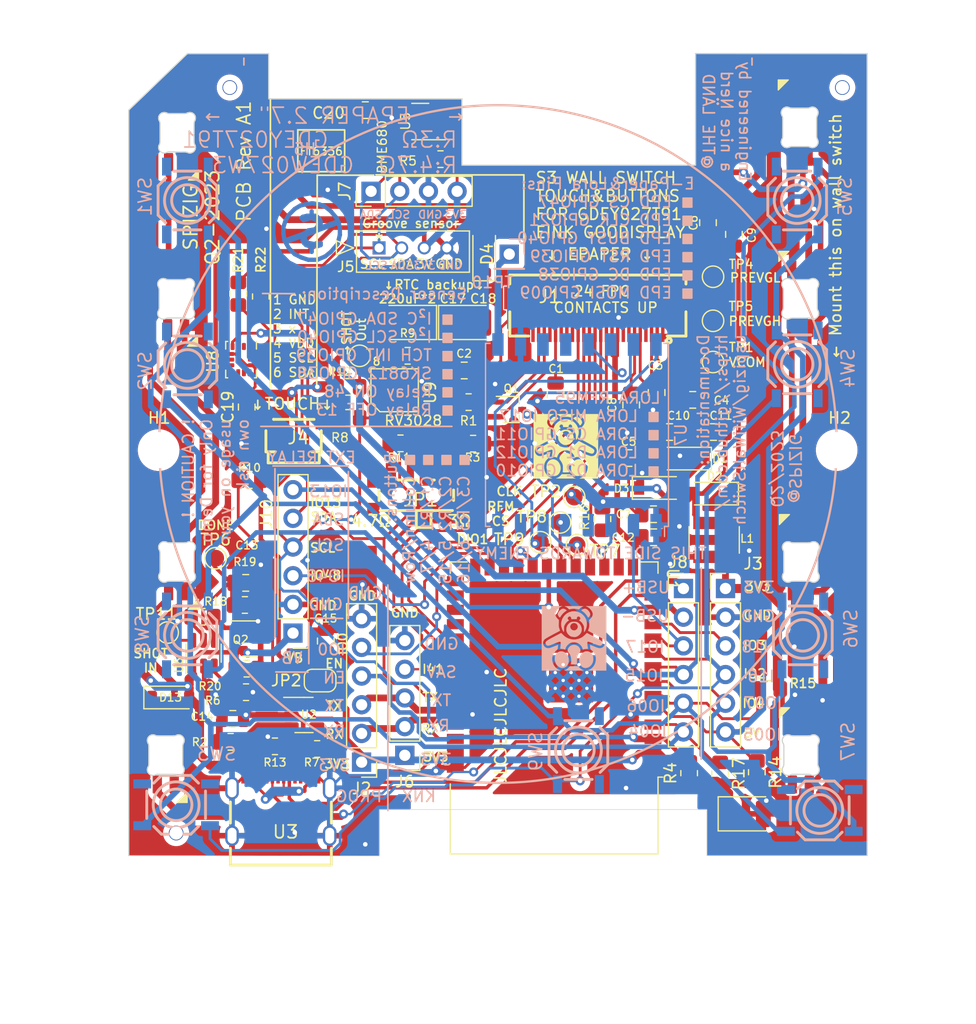
<source format=kicad_pcb>
(kicad_pcb (version 20221018) (generator pcbnew)
  (layers (0 "F.Cu" signal) (31 "B.Cu" signal) (34 "B.Paste" user) (35 "F.Paste" user) (36 "B.SilkS" user "B.Silkscreen") (37 "F.SilkS" user "F.Silkscreen") (38 "B.Mask" user) (39 "F.Mask" user) (44 "Edge.Cuts" user))
  (net 0 "")
  (net 1 "GND")
  (net 2 "+3V3")
  (net 3 "VBUS")
  (net 4 "/TOUCH_INT")
  (net 5 "Net-(D1-A)")
  (net 6 "Net-(C1-Pad2)")
  (net 7 "Net-(C2-Pad2)")
  (net 8 "/TOUCH_SCL")
  (net 9 "Net-(C3-Pad2)")
  (net 10 "/VCOM")
  (net 11 "Net-(C6-Pad2)")
  (net 12 "Net-(C7-Pad2)")
  (net 13 "/IO_0")
  (net 14 "Net-(C8-Pad2)")
  (net 15 "PREVGH")
  (net 16 "Net-(D1-K)")
  (net 17 "Net-(D2-A)")
  (net 18 "/EPD_MOSI")
  (net 19 "/EPD_CLK")
  (net 20 "/EPD_CS")
  (net 21 "/EPD_DC")
  (net 22 "/EPD_RST")
  (net 23 "/EPD_BUSY")
  (net 26 "Net-(D10-DIN)")
  (net 27 "Net-(D5-DIN)")
  (net 29 "TX")
  (net 30 "RX")
  (net 31 "/ENABLE")
  (net 32 "/TOUCH_SDA")
  (net 33 "Net-(D11-DIN)")
  (net 34 "Net-(D12-DIN)")
  (net 35 "Net-(D10-DOUT)")
  (net 36 "Net-(D11-DOUT)")
  (net 37 "/IO_18")
  (net 38 "/3231_INT")
  (net 40 "Net-(D12-DOUT)")
  (net 41 "Net-(JP1-C)")
  (net 42 "Net-(Q1-G)")
  (net 43 "/USB_D-")
  (net 44 "/USB_D+")
  (net 45 "/IO_16")
  (net 47 "/IO_15")
  (net 48 "Net-(JP1-A)")
  (net 49 "Net-(JP1-B)")
  (net 50 "Net-(U2-EN)")
  (net 51 "Net-(U3-CC2)")
  (net 52 "Net-(U3-CC1)")
  (net 55 "/COL1")
  (net 56 "/ROW1")
  (net 57 "/COL2")
  (net 58 "/COL3")
  (net 59 "/IO_17")
  (net 63 "/SK6812_DATA")
  (net 69 "Net-(U6-DONE)")
  (net 70 "Net-(U5-SDI)")
  (net 71 "+5VA")
  (net 72 "Net-(Q2-G)")
  (net 73 "Net-(U6-DELAY{slash}M_DRV)")
  (net 74 "Net-(U6-DRV)")
  (net 75 "Net-(U6-EN{slash}ONE_SHOT)")
  (net 76 "Net-(D13-K)")
  (net 77 "Net-(U1-IO46)")
  (net 82 "Net-(U7-ANT)")
  (net 83 "/RFM_CS")
  (net 84 "/DIO1")
  (net 85 "/DIO2")
  (net 86 "Net-(JP2-A)")
  (net 87 "/RFM_RES")
  (net 94 "Net-(U8-SDA)")
  (net 95 "Net-(U8-SCL)")
  (net 96 "Net-(D4-K)")
  (net 97 "/RELAIS_OFF")
  (net 98 "/RELAIS_ON")
  (footprint "TestPoint:TestPoint_Pad_D1.5mm" (layer "F.Cu") (at 156.55 82.3)
    (fp_text reference "TP1")
    (fp_text value "VCOM")
  )
  (footprint "tp4056:USB-C_SMD-TYPE-C-31-M-12" (layer "F.Cu") (at 118.275 121.6)
    (fp_text reference "U3")
    (fp_text value "KoreanHropartsElecTYPE-C-31-M-12" hide)
  )
  (footprint "Resistor_SMD:R_0805_2012Metric_Pad1.20x1.40mm_HandSolder" (layer "F.Cu") (at 111.3282 104.8512)
    (fp_text reference "R18")
    (fp_text value "10 K")
  )
  (footprint "Resistor_SMD:R_0805_2012Metric_Pad1.20x1.40mm_HandSolder" (layer "F.Cu") (at 146.75 96.2 -90)
    (fp_text reference "R16")
    (fp_text value "0R")
  )
  (footprint "Diode_SMD:D_SOD-123" (layer "F.Cu") (at 136.28 72.75 90)
    (fp_text reference "D4")
    (fp_text value "MBR0530")
  )
  (footprint "Resistor_SMD:R_0805_2012Metric_Pad1.20x1.40mm_HandSolder" (layer "F.Cu") (at 113.825 115.925 180)
    (fp_text reference "R2")
    (fp_text value "5k11")
  )
  (footprint "Capacitor_SMD:C_0805_2012Metric_Pad1.18x1.45mm_HandSolder" (layer "F.Cu") (at 134.5125 83.05)
    (fp_text reference "C2")
    (fp_text value "4.7uF")
  )
  (footprint "TestPoint:TestPoint_Pad_D1.5mm" (layer "F.Cu") (at 125.25 81.75)
    (fp_text reference "TP3" hide)
    (fp_text value "SHOT1")
  )
  (footprint "Connector_PinHeader_2.54mm:PinHeader_1x04_P2.54mm_Vertical" (layer "F.Cu") (at 126.2634 67.183 90)
    (fp_text reference "J7")
    (fp_text value "Conn_01x04_Pin")
  )
  (footprint "Resistor_SMD:R_0805_2012Metric_Pad1.20x1.40mm_HandSolder" (layer "F.Cu") (at 157.1752 118.745 -90)
    (fp_text reference "R17")
    (fp_text value "4.7K")
  )
  (footprint "Resistor_SMD:R_0805_2012Metric_Pad1.20x1.40mm_HandSolder" (layer "F.Cu") (at 115.2398 109.4486)
    (fp_text reference "R20")
    (fp_text value "10 K")
  )
  (footprint "Capacitor_SMD:C_0805_2012Metric_Pad1.18x1.45mm_HandSolder" (layer "F.Cu") (at 149.3 86.1 90)
    (fp_text reference "C8")
    (fp_text value "1uF")
  )
  (footprint "Resistor_SMD:R_0805_2012Metric_Pad1.20x1.40mm_HandSolder" (layer "F.Cu") (at 160.4264 118.618 -90)
    (fp_text reference "R14")
    (fp_text value "4.7K")
  )
  (footprint "baer_klein:baerklein" (layer "F.Cu") (at 143.5 89.75)
    (fp_text reference "H3" hide)
    (fp_text value "MountingSwitch" hide)
  )
  (footprint "rv3028:rv3028" (layer "F.Cu") (at 128.35 84.8)
    (fp_text reference "U9")
    (fp_text value "~")
  )
  (footprint "Capacitor_SMD:C_0805_2012Metric_Pad1.18x1.45mm_HandSolder" (layer "F.Cu") (at 151.275 95.775 180)
    (fp_text reference "C7")
    (fp_text value "4.7uF")
  )
  (footprint "Resistor_SMD:R_0805_2012Metric_Pad1.20x1.40mm_HandSolder" (layer "F.Cu") (at 116.5 76.5 90)
    (fp_text reference "R22")
    (fp_text value "0R")
  )
  (footprint "Capacitor_SMD:C_0805_2012Metric_Pad1.18x1.45mm_HandSolder" (layer "F.Cu") (at 125.75 60)
    (fp_text reference "C20")
    (fp_text value "100nF")
  )
  (footprint "Capacitor_SMD:C_0805_2012Metric_Pad1.18x1.45mm_HandSolder" (layer "F.Cu") (at 156.5875 88.5)
    (fp_text reference "C11")
    (fp_text value "4.7uF 50V")
  )
  (footprint "Resistor_SMD:R_0805_2012Metric_Pad1.20x1.40mm_HandSolder" (layer "F.Cu") (at 128.87 89.5)
    (fp_text reference "R11")
    (fp_text value "0.47R")
  )
  (footprint "Capacitor_Tantalum_SMD:CP_EIA-3528-21_Kemet-B" (layer "F.Cu") (at 129.6 78.8 180)
    (fp_text reference "C17")
    (fp_text value "220uF")
  )
  (footprint "Capacitor_SMD:C_0805_2012Metric_Pad1.18x1.45mm_HandSolder" (layer "F.Cu") (at 154.75 85.65 180)
    (fp_text reference "C4")
    (fp_text value "1uF")
  )
  (footprint "Capacitor_SMD:C_0805_2012Metric_Pad1.18x1.45mm_HandSolder" (layer "F.Cu") (at 158.4 71 -90)
    (fp_text reference "C9")
    (fp_text value "4.7uF")
  )
  (footprint "Resistor_SMD:R_0805_2012Metric_Pad1.20x1.40mm_HandSolder" (layer "F.Cu") (at 135.3 89.53)
    (fp_text reference "R3")
    (fp_text value "3R")
  )
  (footprint "TestPoint:TestPoint_Pad_D1.5mm" (layer "F.Cu") (at 143 96.5)
    (fp_text reference "TP8")
    (fp_text value "VCOM")
  )
  (footprint "TestPoint:TestPoint_Pad_D1.5mm" (layer "F.Cu") (at 156.55 74.75)
    (fp_text reference "TP4")
    (fp_text value "PREVGL")
  )
  (footprint "MountingHole:MountingHole_3.2mm_M3" (layer "F.Cu") (at 107.45 90.1)
    (fp_text reference "H1")
    (fp_text value "MountingSwitch")
  )
  (footprint "TestPoint:TestPoint_Pad_D1.5mm" (layer "F.Cu") (at 144.25 94.25)
    (fp_text reference "TP2")
    (fp_text value "VCOM")
  )
  (footprint "Capacitor_SMD:C_0805_2012Metric_Pad1.18x1.45mm_HandSolder" (layer "F.Cu") (at 156.1 69.9625 90)
    (fp_text reference "C6")
    (fp_text value "1uF")
  )
  (footprint "tp4056:SW-SMD_G-SWITCH_MK-12C02-G015" (layer "F.Cu") (at 130.27 93.74)
    (fp_text reference "JP1")
    (fp_text value "RESE" hide)
  )
  (footprint "Package_TO_SOT_SMD:SOT-23" (layer "F.Cu") (at 115.5446 106.7816)
    (fp_text reference "Q2")
    (fp_text value "Si2301")
  )
  (footprint "Resistor_SMD:R_0805_2012Metric_Pad1.20x1.40mm_HandSolder" (layer "F.Cu") (at 115.189 111.5314)
    (fp_text reference "R6")
    (fp_text value "10 K")
  )
  (footprint "Capacitor_SMD:C_0805_2012Metric" (layer "F.Cu") (at 114.0206 113.8936)
    (fp_text reference "C14")
    (fp_text value "1uF")
  )
  (footprint "Connector_PinHeader_2.54mm:PinHeader_1x06_P2.54mm_Vertical" (layer "F.Cu") (at 119.35 106.3 180)
    (fp_text reference "J10")
    (fp_text value "Conn_01x06_Pin")
  )
  (footprint "TestPoint:TestPoint_Pad_D1.5mm" (layer "F.Cu") (at 108.25 106.25)
    (fp_text reference "TP11")
    (fp_text value "SHOT")
  )
  (footprint "Resistor_SMD:R_0805_2012Metric_Pad1.20x1.40mm_HandSolder" (layer "F.Cu") (at 132.4102 64.3382)
    (fp_text reference "R5")
    (fp_text value "4.7K")
  )
  (footprint "tp4056:FPC-SMD_P0.50-24P_QCHF-SM-H2.0" (layer "F.Cu") (at 146.35 78.2)
    (fp_text reference "J1")
    (fp_text value "AFC24-S24FIC-00" hide)
  )
  (footprint "TestPoint:TestPoint_Pad_D1.5mm" (layer "F.Cu") (at 141.25 98.25)
    (fp_text reference "TP9")
    (fp_text value "VCOM")
  )
  (footprint "TestPoint:TestPoint_Pad_D1.5mm" (layer "F.Cu") (at 144.5 98.5)
    (fp_text reference "TP7")
    (fp_text value "VCOM")
  )
  (footprint "Jumper:SolderJumper-2_P1.3mm_Bridged_RoundedPad1.0x1.5mm" (layer "F.Cu") (at 121.75 110.5)
    (fp_text reference "JP2")
    (fp_text value "Jumper_2_Bridged")
  )
  (footprint "Capacitor_SMD:C_0805_2012Metric_Pad1.18x1.45mm_HandSolder" (layer "F.Cu") (at 115.1636 101.854)
    (fp_text reference "C13")
    (fp_text value "100nF")
  )
  (footprint "Capacitor_SMD:C_0805_2012Metric_Pad1.18x1.45mm_HandSolder" (layer "F.Cu") (at 152.7 88.5 180)
    (fp_text reference "C10")
    (fp_text value "4.7uF")
  )
  (footprint "Resistor_SMD:R_0805_2012Metric_Pad1.20x1.40mm_HandSolder" (layer "F.Cu") (at 114.5 76.25 -90)
    (fp_text reference "R21")
    (fp_text value "0R")
  )
  (footprint "Diode_SMD:D_SOD-123" (layer "F.Cu") (at 154.15 90.85 180)
    (fp_text reference "D1")
    (fp_text value "MBR0530" hide)
  )
  (footprint "Resistor_SMD:R_0805_2012Metric_Pad1.20x1.40mm_HandSolder" (layer "F.Cu") (at 161.5 111.25)
    (fp_text reference "R15")
    (fp_text value "4.7K")
  )
  (footprint "Resistor_SMD:R_0805_2012Metric_Pad1.20x1.40mm_HandSolder" (layer "F.Cu") (at 124.25 84.5)
    (fp_text reference "R12")
    (fp_text value "10 K")
  )
  (footprint "Resistor_SMD:R_0805_2012Metric_Pad1.20x1.40mm_HandSolder" (layer "F.Cu") (at 115.5 92.75 180)
    (fp_text reference "R10")
    (fp_text value "4.7K")
  )
  (footprint "Capacitor_SMD:C_0805_2012Metric" (layer "F.Cu") (at 122.25 107 90)
    (fp_text reference "C15")
    (fp_text value "1uF")
  )
  (footprint "TestPoint:TestPoint_Pad_D1.5mm" (layer "F.Cu") (at 112.4966 99.6696)
    (fp_text reference "TP6")
    (fp_text value "DONE")
  )
  (footprint "Package_TO_SOT_SMD:SOT-23-5" (layer "F.Cu") (at 120.325 113.55)
    (fp_text reference "U2")
    (fp_text value "RT9013")
  )
  (footprint "Capacitor_Tantalum_SMD:CP_EIA-3528-21_Kemet-B" (layer "F.Cu") (at 159.4625 122.301)
    (fp_text reference "C16" hide)
    (fp_text value "C_Polarized 100uF" hide)
  )
  (footprint "Package_TO_SOT_SMD:SOT-23-6" (layer "F.Cu") (at 111.4298 108.077 90)
    (fp_text reference "U6")
    (fp_text value "TPL5110")
  )
  (footprint "Resistor_SMD:R_0805_2012Metric_Pad1.20x1.40mm_HandSolder" (layer "F.Cu") (at 134.9 85.85 180)
    (fp_text reference "R1")
    (fp_text value "10K")
  )
  (footprint "tp4056:FFC-SMD_6P-P0.50_FH34SRJ-6S-0.5SH" (layer "F.Cu") (at 119.4 89 180)
    (fp_text reference "J4")
    (fp_text value "Conn_01x06_Female" hide)
  )
  (footprint "Resistor_SMD:R_0805_2012Metric_Pad1.20x1.40mm_HandSolder" (layer "F.Cu") (at 121.4882 116.5606)
    (fp_text reference "R7")
    (fp_text value "5k11")
  )
  (footprint "Resistor_SMD:R_0805_2012Metric_Pad1.20x1.40mm_HandSolder" (layer "F.Cu") (at 129.5 81.75)
    (fp_text reference "R9")
    (fp_text value "4.7K")
  )
  (footprint "Resistor_SMD:R_0805_2012Metric_Pad1.20x1.40mm_HandSolder" (layer "F.Cu") (at 117.75 116.325)
    (fp_text reference "R13")
    (fp_text value "5k11")
  )
  (footprint "Diode_SMD:D_SOD-123" (layer "F.Cu") (at 108.5 112)
    (fp_text reference "D13")
    (fp_text value "MBR0530")
  )
  (footprint "Capacitor_SMD:C_0805_2012Metric_Pad1.18x1.45mm_HandSolder" (layer "F.Cu") (at 115.25 86.2875 90)
    (fp_text reference "C19")
    (fp_text value "100nF")
  )
  (footprint "Capacitor_SMD:C_0805_2012Metric_Pad1.18x1.45mm_HandSolder" (layer "F.Cu") (at 142.6 85.2 90)
    (fp_text reference "C1")
    (fp_text value "4.7uF")
  )
  (footprint "Connector_PinHeader_2.54mm:PinHeader_1x06_P2.54mm_Vertical" (layer "F.Cu") (at 125.425 117.725 180)
    (fp_text reference "J2")
    (fp_text value "Conn_01x06")
  )
  (footprint "tp4056:ESP32-S3-WROOM-1" (layer "F.Cu") (at 142.476 112.95 180)
    (fp_text reference "U1")
    (fp_text value "ESP32-S3-WROOM-1-N8")
  )
  (footprint "Package_LGA:LGA-14_3x2.5mm_P0.5mm_LayoutBorder3x4y" (layer "F.Cu") (at 114.75 82.0875 -90)
    (fp_text reference "U8")
    (fp_text value "LSM6DSL")
  )
  (footprint "Connector_PinHeader_2.54mm:PinHeader_1x06_P2.54mm_Vertical" (layer "F.Cu") (at 153.925 102.35)
    (fp_text reference "J8")
    (fp_text value "Conn_01x06")
  )
  (footprint "footprint:MOLEX-I2C-532530470" (layer "F.Cu") (at 126.971501 72.2)
    (fp_text reference "J5")
    (fp_text value "Groove sensor")
  )
  (footprint "Diode_SMD:D_SOD-123" (layer "F.Cu") (at 151.65 93.45)
    (fp_text reference "D3")
    (fp_text value "MBR0530")
  )
  (footprint "Resistor_SMD:R_0805_2012Metric_Pad1.20x1.40mm_HandSolder" (layer "F.Cu") (at 115.0874 103.8098)
    (fp_text reference "R19")
    (fp_text value "10 K")
  )
  (footprint "Capacitor_SMD:C_0805_2012Metric_Pad1.18x1.45mm_HandSolder" (layer "F.Cu") (at 149.1 90.8 180)
    (fp_text reference "C5")
    (fp_text value "1uF")
  )
  (footprint "Connector_PinHeader_2.54mm:PinHeader_1x06_P2.54mm_Vertical" (layer "F.Cu") (at 157.65 102.35)
    (fp_text reference "J3")
    (fp_text value "Conn_01x06")
  )
  (footprint "Capacitor_Tantalum_SMD:CP_EIA-3528-21_Kemet-B" (layer "F.Cu") (at 134.7 78.8)
    (fp_text reference "C18")
    (fp_text value "220uF")
  )
  (footprint "TestPoint:TestPoint_Pad_D1.5mm" (layer "F.Cu") (at 156.55 78.65)
    (fp_text reference "TP5")
    (fp_text value "PREVGH")
  )
  (footprint "Package_TO_SOT_SMD:SOT-323_SC-70" (layer "F.Cu") (at 138.65 86.5)
    (fp_text reference "Q1")
    (fp_text value "Si1308")
  )
  (footprint "Capacitor_SMD:C_0805_2012Metric_Pad1.18x1.45mm_HandSolder" (layer "F.Cu") (at 151.2863 97.8154 180)
    (fp_text reference "C12")
    (fp_text value "4.7uF")
  )
  (footprint "Resistor_SMD:R_0805_2012Metric_Pad1.20x1.40mm_HandSolder" (layer "F.Cu") (at 124.25 87.25)
    (fp_text reference "R8")
    (fp_text value "4.7K")
  )
  (footprint "footprint:SWPA4030S1R0NT" (layer "F.Cu") (at 156.65 98.05 -90)
    (fp_text reference "L1")
    (fp_text value "10uH" hide)
  )
  (footprint "Connector_PinHeader_2.54mm:PinHeader_1x05_P2.54mm_Vertical" (layer "F.Cu") (at 129.25 117.12 180)
    (fp_text reference "J6")
    (fp_text value "Conn_01x05_Pin")
  )
  (footprint "Diode_SMD:D_SOD-123" (layer "F.Cu") (at 156.55 93.95 180)
    (fp_text reference "D2")
    (fp_text value "MBR0530" hide)
  )
  (footprint "Package_LGA:Bosch_LGA-8_3x3mm_P0.8mm_ClockwisePinNumbering" (layer "F.Cu") (at 131.3688 61.0108 -90)
    (fp_text reference "U5")
    (fp_text value "BME680")
  )
  (footprint "MountingHole:MountingHole_3.2mm_M3" (layer "F.Cu") (at 167.5 90.1)
    (fp_text reference "H2")
    (fp_text value "MountingSwitch")
  )
  (footprint "Capacitor_SMD:C_0805_2012Metric_Pad1.18x1.45mm_HandSolder" (layer "F.Cu") (at 151.55 85 90)
    (fp_text reference "C3")
    (fp_text value "4.7uF")
  )
  (footprint "Resistor_SMD:R_0805_2012Metric_Pad1.20x1.40mm_HandSolder" (layer "F.Cu") (at 154.432 118.7 90)
    (fp_text reference "R4")
    (fp_text value "10 K")
  )
  (footprint "tp4056:MX_SK6812MINI-E" (layer "B.Cu") (at 169.4 117.1 90)
    (fp_text reference "D9" hide)
    (fp_text value "SK6812MINI-E")
    (fp_line (start -1.699999 -5.782841) (end -1.699999 -4.377157) (stroke (width 0.1)) (layer "Edge.Cuts"))
    (fp_line (start -0.794452 -3.58) (end 0.794453 -3.58) (stroke (width 0.1)) (layer "Edge.Cuts"))
    (fp_line (start 0.794452 -6.579999) (end -0.794452 -6.579999) (stroke (width 0.1)) (layer "Edge.Cuts"))
    (fp_line (start 1.699999 -4.377157) (end 1.699999 -5.782841) (stroke (width 0.1)) (layer "Edge.Cuts"))
    (fp_arc (start -1.749484 -5.999719) (mid -1.712527 -5.894067) (end -1.699999 -5.782842) (stroke (width 0.1)) (layer "Edge.Cuts"))
    (fp_arc (start -1.749484 -5.999719) (mid -1.63807 -6.584033) (end -1.046711 -6.648296) (stroke (width 0.1)) (layer "Edge.Cuts"))
    (fp_arc (start -1.699999 -4.377157) (mid -1.712527 -4.265931) (end -1.749484 -4.160279) (stroke (width 0.1)) (layer "Edge.Cuts"))
    (fp_arc (start -1.046711 -3.5117) (mid -1.638071 -3.575964) (end -1.749484 -4.160279) (stroke (width 0.1)) (layer "Edge.Cuts"))
    (fp_arc (start -1.046711 -3.5117) (mid -0.925123 -3.562623) (end -0.794453 -3.579999) (stroke (width 0.1)) (layer "Edge.Cuts"))
    (fp_arc (start -0.794452 -6.579999) (mid -0.925122 -6.597376) (end -1.04671 -6.648298) (stroke (width 0.1)) (layer "Edge.Cuts"))
    (fp_arc (start 0.794453 -3.58) (mid 0.925123 -3.562623) (end 1.046711 -3.511701) (stroke (width 0.1)) (layer "Edge.Cuts"))
    (fp_arc (start 1.046711 -6.648298) (mid 0.925123 -6.597375) (end 0.794452 -6.579999) (stroke (width 0.1)) (layer "Edge.Cuts"))
    (fp_arc (start 1.046711 -6.648298) (mid 1.638071 -6.584035) (end 1.749484 -5.999718) (stroke (width 0.1)) (layer "Edge.Cuts"))
    (fp_arc (start 1.699999 -5.782841) (mid 1.712531 -5.894066) (end 1.749484 -5.999719) (stroke (width 0.1)) (layer "Edge.Cuts"))
    (fp_arc (start 1.749484 -4.160279) (mid 1.63807 -3.575965) (end 1.046711 -3.511701) (stroke (width 0.1)) (layer "Edge.Cuts"))
    (fp_arc (start 1.749484 -4.160279) (mid 1.712509 -4.265927) (end 1.699999 -4.377156) (stroke (width 0.1)) (layer "Edge.Cuts"))
  )
  (footprint "baer_klein:baerklein" (layer "B.Cu") (at 144.25 106.75 180)
    (fp_text reference "H4" hide)
    (fp_text value "MountingSwitch" hide)
  )
  (footprint "tp4056:SW-SMD_4P-L5.2-W5.2-P3.70-LS6.4" (layer "B.Cu") (at 164 82.5 -90)
    (fp_text reference "SW4")
    (fp_text value "SW_Push" hide)
  )
  (footprint "Symbol:Symbol_CC-Noncommercial_CopperTop_Small" (layer "B.Cu") (at 121 70.75 180)
    (fp_text reference "H5")
    (fp_text value "MountingSwitch" hide)
  )
  (footprint "tp4056:SW-SMD_4P-L5.2-W5.2-P3.70-LS6.4" (layer "B.Cu") (at 164 68 90)
    (fp_text reference "SW5")
    (fp_text value "SW_Push" hide)
  )
  (footprint "tp4056:SW-SMD_4P-L5.2-W5.2-P3.70-LS6.4" (layer "B.Cu") (at 144.625 116.65 -90)
    (fp_text reference "SW9")
    (fp_text value "SW_Push" hide)
  )
  (footprint "tp4056:MX_SK6812MINI-E" (layer "B.Cu") (at 169.4 100 90)
    (fp_text reference "D12" hide)
    (fp_text value "SK6812MINI-E")
    (fp_line (start -1.699999 -5.782841) (end -1.699999 -4.377157) (stroke (width 0.1)) (layer "Edge.Cuts"))
    (fp_line (start -0.794452 -3.58) (end 0.794453 -3.58) (stroke (width 0.1)) (layer "Edge.Cuts"))
    (fp_line (start 0.794452 -6.579999) (end -0.794452 -6.579999) (stroke (width 0.1)) (layer "Edge.Cuts"))
    (fp_line (start 1.699999 -4.377157) (end 1.699999 -5.782841) (stroke (width 0.1)) (layer "Edge.Cuts"))
    (fp_arc (start -1.749484 -5.999719) (mid -1.712527 -5.894067) (end -1.699999 -5.782842) (stroke (width 0.1)) (layer "Edge.Cuts"))
    (fp_arc (start -1.749484 -5.999719) (mid -1.63807 -6.584033) (end -1.046711 -6.648296) (stroke (width 0.1)) (layer "Edge.Cuts"))
    (fp_arc (start -1.699999 -4.377157) (mid -1.712527 -4.265931) (end -1.749484 -4.160279) (stroke (width 0.1)) (layer "Edge.Cuts"))
    (fp_arc (start -1.046711 -3.5117) (mid -1.638071 -3.575964) (end -1.749484 -4.160279) (stroke (width 0.1)) (layer "Edge.Cuts"))
    (fp_arc (start -1.046711 -3.5117) (mid -0.925123 -3.562623) (end -0.794453 -3.579999) (stroke (width 0.1)) (layer "Edge.Cuts"))
    (fp_arc (start -0.794452 -6.579999) (mid -0.925122 -6.597376) (end -1.04671 -6.648298) (stroke (width 0.1)) (layer "Edge.Cuts"))
    (fp_arc (start 0.794453 -3.58) (mid 0.925123 -3.562623) (end 1.046711 -3.511701) (stroke (width 0.1)) (layer "Edge.Cuts"))
    (fp_arc (start 1.046711 -6.648298) (mid 0.925123 -6.597375) (end 0.794452 -6.579999) (stroke (width 0.1)) (layer "Edge.Cuts"))
    (fp_arc (start 1.046711 -6.648298) (mid 1.638071 -6.584035) (end 1.749484 -5.999718) (stroke (width 0.1)) (layer "Edge.Cuts"))
    (fp_arc (start 1.699999 -5.782841) (mid 1.712531 -5.894066) (end 1.749484 -5.999719) (stroke (width 0.1)) (layer "Edge.Cuts"))
    (fp_arc (start 1.749484 -4.160279) (mid 1.63807 -3.575965) (end 1.046711 -3.511701) (stroke (width 0.1)) (layer "Edge.Cuts"))
    (fp_arc (start 1.749484 -4.160279) (mid 1.712509 -4.265927) (end 1.699999 -4.377156) (stroke (width 0.1)) (layer "Edge.Cuts"))
  )
  (footprint "tp4056:SW-SMD_4P-L5.2-W5.2-P3.70-LS6.4" (layer "B.Cu") (at 164.5 106.5 -90)
    (fp_text reference "SW6")
    (fp_text value "SW_Push" hide)
  )
  (footprint "tp4056:MX_SK6812MINI-E" (layer "B.Cu") (at 103.920001 76.7 -90)
    (fp_text reference "D8" hide)
    (fp_text value "SK6812MINI-E")
    (fp_line (start -1.699999 -5.782841) (end -1.699999 -4.377157) (stroke (width 0.1)) (layer "Edge.Cuts"))
    (fp_line (start -0.794452 -3.58) (end 0.794453 -3.58) (stroke (width 0.1)) (layer "Edge.Cuts"))
    (fp_line (start 0.794452 -6.579999) (end -0.794452 -6.579999) (stroke (width 0.1)) (layer "Edge.Cuts"))
    (fp_line (start 1.699999 -4.377157) (end 1.699999 -5.782841) (stroke (width 0.1)) (layer "Edge.Cuts"))
    (fp_arc (start -1.749484 -5.999719) (mid -1.712527 -5.894067) (end -1.699999 -5.782842) (stroke (width 0.1)) (layer "Edge.Cuts"))
    (fp_arc (start -1.749484 -5.999719) (mid -1.63807 -6.584033) (end -1.046711 -6.648296) (stroke (width 0.1)) (layer "Edge.Cuts"))
    (fp_arc (start -1.699999 -4.377157) (mid -1.712527 -4.265931) (end -1.749484 -4.160279) (stroke (width 0.1)) (layer "Edge.Cuts"))
    (fp_arc (start -1.046711 -3.5117) (mid -1.638071 -3.575964) (end -1.749484 -4.160279) (stroke (width 0.1)) (layer "Edge.Cuts"))
    (fp_arc (start -1.046711 -3.5117) (mid -0.925123 -3.562623) (end -0.794453 -3.579999) (stroke (width 0.1)) (layer "Edge.Cuts"))
    (fp_arc (start -0.794452 -6.579999) (mid -0.925122 -6.597376) (end -1.04671 -6.648298) (stroke (width 0.1)) (layer "Edge.Cuts"))
    (fp_arc (start 0.794453 -3.58) (mid 0.925123 -3.562623) (end 1.046711 -3.511701) (stroke (width 0.1)) (layer "Edge.Cuts"))
    (fp_arc (start 1.046711 -6.648298) (mid 0.925123 -6.597375) (end 0.794452 -6.579999) (stroke (width 0.1)) (layer "Edge.Cuts"))
    (fp_arc (start 1.046711 -6.648298) (mid 1.638071 -6.584035) (end 1.749484 -5.999718) (stroke (width 0.1)) (layer "Edge.Cuts"))
    (fp_arc (start 1.699999 -5.782841) (mid 1.712531 -5.894066) (end 1.749484 -5.999719) (stroke (width 0.1)) (layer "Edge.Cuts"))
    (fp_arc (start 1.749484 -4.160279) (mid 1.63807 -3.575965) (end 1.046711 -3.511701) (stroke (width 0.1)) (layer "Edge.Cuts"))
    (fp_arc (start 1.749484 -4.160279) (mid 1.712509 -4.265927) (end 1.699999 -4.377156) (stroke (width 0.1)) (layer "Edge.Cuts"))
  )
  (footprint "tp4056:MX_SK6812MINI-E" (layer "B.Cu") (at 104 100 -90)
    (fp_text reference "D11" hide)
    (fp_text value "SK6812MINI-E")
    (fp_line (start -1.699999 -5.782841) (end -1.699999 -4.377157) (stroke (width 0.1)) (layer "Edge.Cuts"))
    (fp_line (start -0.794452 -3.58) (end 0.794453 -3.58) (stroke (width 0.1)) (layer "Edge.Cuts"))
    (fp_line (start 0.794452 -6.579999) (end -0.794452 -6.579999) (stroke (width 0.1)) (layer "Edge.Cuts"))
    (fp_line (start 1.699999 -4.377157) (end 1.699999 -5.782841) (stroke (width 0.1)) (layer "Edge.Cuts"))
    (fp_arc (start -1.749484 -5.999719) (mid -1.712527 -5.894067) (end -1.699999 -5.782842) (stroke (width 0.1)) (layer "Edge.Cuts"))
    (fp_arc (start -1.749484 -5.999719) (mid -1.63807 -6.584033) (end -1.046711 -6.648296) (stroke (width 0.1)) (layer "Edge.Cuts"))
    (fp_arc (start -1.699999 -4.377157) (mid -1.712527 -4.265931) (end -1.749484 -4.160279) (stroke (width 0.1)) (layer "Edge.Cuts"))
    (fp_arc (start -1.046711 -3.5117) (mid -1.638071 -3.575964) (end -1.749484 -4.160279) (stroke (width 0.1)) (layer "Edge.Cuts"))
    (fp_arc (start -1.046711 -3.5117) (mid -0.925123 -3.562623) (end -0.794453 -3.579999) (stroke (width 0.1)) (layer "Edge.Cuts"))
    (fp_arc (start -0.794452 -6.579999) (mid -0.925122 -6.597376) (end -1.04671 -6.648298) (stroke (width 0.1)) (layer "Edge.Cuts"))
    (fp_arc (start 0.794453 -3.58) (mid 0.925123 -3.562623) (end 1.046711 -3.511701) (stroke (width 0.1)) (layer "Edge.Cuts"))
    (fp_arc (start 1.046711 -6.648298) (mid 0.925123 -6.597375) (end 0.794452 -6.579999) (stroke (width 0.1)) (layer "Edge.Cuts"))
    (fp_arc (start 1.046711 -6.648298) (mid 1.638071 -6.584035) (end 1.749484 -5.999718) (stroke (width 0.1)) (layer "Edge.Cuts"))
    (fp_arc (start 1.699999 -5.782841) (mid 1.712531 -5.894066) (end 1.749484 -5.999719) (stroke (width 0.1)) (layer "Edge.Cuts"))
    (fp_arc (start 1.749484 -4.160279) (mid 1.63807 -3.575965) (end 1.046711 -3.511701) (stroke (width 0.1)) (layer "Edge.Cuts"))
    (fp_arc (start 1.749484 -4.160279) (mid 1.712509 -4.265927) (end 1.699999 -4.377156) (stroke (width 0.1)) (layer "Edge.Cuts"))
  )
  (footprint "Connector_PinHeader_2.54mm:PinHeader_1x01_P2.54mm_Vertical" (layer "B.Cu") (at 138.5 72.75 180)
    (fp_text reference "TP10")
    (fp_text value "VCOM")
  )
  (footprint "tp4056:SW-SMD_4P-L5.2-W5.2-P3.70-LS6.4" (layer "B.Cu") (at 110 68 90)
    (fp_text reference "SW1")
    (fp_text value "SW_Push" hide)
  )
  (footprint "tp4056:MX_SK6812MINI-E" (layer "B.Cu") (at 169.35 76.7 90)
    (fp_text reference "D7" hide)
    (fp_text value "SK6812MINI-E")
    (fp_line (start -1.699999 -5.782841) (end -1.699999 -4.377157) (stroke (width 0.1)) (layer "Edge.Cuts"))
    (fp_line (start -0.794452 -3.58) (end 0.794453 -3.58) (stroke (width 0.1)) (layer "Edge.Cuts"))
    (fp_line (start 0.794452 -6.579999) (end -0.794452 -6.579999) (stroke (width 0.1)) (layer "Edge.Cuts"))
    (fp_line (start 1.699999 -4.377157) (end 1.699999 -5.782841) (stroke (width 0.1)) (layer "Edge.Cuts"))
    (fp_arc (start -1.749484 -5.999719) (mid -1.712527 -5.894067) (end -1.699999 -5.782842) (stroke (width 0.1)) (layer "Edge.Cuts"))
    (fp_arc (start -1.749484 -5.999719) (mid -1.63807 -6.584033) (end -1.046711 -6.648296) (stroke (width 0.1)) (layer "Edge.Cuts"))
    (fp_arc (start -1.699999 -4.377157) (mid -1.712527 -4.265931) (end -1.749484 -4.160279) (stroke (width 0.1)) (layer "Edge.Cuts"))
    (fp_arc (start -1.046711 -3.5117) (mid -1.638071 -3.575964) (end -1.749484 -4.160279) (stroke (width 0.1)) (layer "Edge.Cuts"))
    (fp_arc (start -1.046711 -3.5117) (mid -0.925123 -3.562623) (end -0.794453 -3.579999) (stroke (width 0.1)) (layer "Edge.Cuts"))
    (fp_arc (start -0.794452 -6.579999) (mid -0.925122 -6.597376) (end -1.04671 -6.648298) (stroke (width 0.1)) (layer "Edge.Cuts"))
    (fp_arc (start 0.794453 -3.58) (mid 0.925123 -3.562623) (end 1.046711 -3.511701) (stroke (width 0.1)) (layer "Edge.Cuts"))
    (fp_arc (start 1.046711 -6.648298) (mid 0.925123 -6.597375) (end 0.794452 -6.579999) (stroke (width 0.1)) (layer "Edge.Cuts"))
    (fp_arc (start 1.046711 -6.648298) (mid 1.638071 -6.584035) (end 1.749484 -5.999718) (stroke (width 0.1)) (layer "Edge.Cuts"))
    (fp_arc (start 1.699999 -5.782841) (mid 1.712531 -5.894066) (end 1.749484 -5.999719) (stroke (width 0.1)) (layer "Edge.Cuts"))
    (fp_arc (start 1.749484 -4.160279) (mid 1.63807 -3.575965) (end 1.046711 -3.511701) (stroke (width 0.1)) (layer "Edge.Cuts"))
    (fp_arc (start 1.749484 -4.160279) (mid 1.712509 -4.265927) (end 1.699999 -4.377156) (stroke (width 0.1)) (layer "Edge.Cuts"))
  )
  (footprint "tp4056:SW-SMD_4P-L5.2-W5.2-P3.70-LS6.4" (layer "B.Cu") (at 110 82.6 -90)
    (fp_text reference "SW2")
    (fp_text value "SW_Push" hide)
  )
  (footprint "tp4056:SW-SMD_4P-L5.2-W5.2-P3.70-LS6.4" (layer "B.Cu") (at 110 106.5 90)
    (fp_text reference "SW8")
    (fp_text value "SW_Push" hide)
  )
  (footprint "tp4056:SW-SMD_4P-L5.2-W5.2-P3.70-LS6.4" (layer "B.Cu") (at 166 122)
    (fp_text reference "SW7")
    (fp_text value "SW_Push" hide)
  )
  (footprint "tp4056:MX_SK6812MINI-E" (layer "B.Cu") (at 103 117.1 -90)
    (fp_text reference "D6" hide)
    (fp_text value "SK6812MINI-E")
    (fp_line (start -1.699999 -5.782841) (end -1.699999 -4.377157) (stroke (width 0.1)) (layer "Edge.Cuts"))
    (fp_line (start -0.794452 -3.58) (end 0.794453 -3.58) (stroke (width 0.1)) (layer "Edge.Cuts"))
    (fp_line (start 0.794452 -6.579999) (end -0.794452 -6.579999) (stroke (width 0.1)) (layer "Edge.Cuts"))
    (fp_line (start 1.699999 -4.377157) (end 1.699999 -5.782841) (stroke (width 0.1)) (layer "Edge.Cuts"))
    (fp_arc (start -1.749484 -5.999719) (mid -1.712527 -5.894067) (end -1.699999 -5.782842) (stroke (width 0.1)) (layer "Edge.Cuts"))
    (fp_arc (start -1.749484 -5.999719) (mid -1.63807 -6.584033) (end -1.046711 -6.648296) (stroke (width 0.1)) (layer "Edge.Cuts"))
    (fp_arc (start -1.699999 -4.377157) (mid -1.712527 -4.265931) (end -1.749484 -4.160279) (stroke (width 0.1)) (layer "Edge.Cuts"))
    (fp_arc (start -1.046711 -3.5117) (mid -1.638071 -3.575964) (end -1.749484 -4.160279) (stroke (width 0.1)) (layer "Edge.Cuts"))
    (fp_arc (start -1.046711 -3.5117) (mid -0.925123 -3.562623) (end -0.794453 -3.579999) (stroke (width 0.1)) (layer "Edge.Cuts"))
    (fp_arc (start -0.794452 -6.579999) (mid -0.925122 -6.597376) (end -1.04671 -6.648298) (stroke (width 0.1)) (layer "Edge.Cuts"))
    (fp_arc (start 0.794453 -3.58) (mid 0.925123 -3.562623) (end 1.046711 -3.511701) (stroke (width 0.1)) (layer "Edge.Cuts"))
    (fp_arc (start 1.046711 -6.648298) (mid 0.925123 -6.597375) (end 0.794452 -6.579999) (stroke (width 0.1)) (layer "Edge.Cuts"))
    (fp_arc (start 1.046711 -6.648298) (mid 1.638071 -6.584035) (end 1.749484 -5.999718) (stroke (width 0.1)) (layer "Edge.Cuts"))
    (fp_arc (start 1.699999 -5.782841) (mid 1.712531 -5.894066) (end 1.749484 -5.999719) (stroke (width 0.1)) (layer "Edge.Cuts"))
    (fp_arc (start 1.749484 -4.160279) (mid 1.63807 -3.575965) (end 1.046711 -3.511701) (stroke (width 0.1)) (layer "Edge.Cuts"))
    (fp_arc (start 1.749484 -4.160279) (mid 1.712509 -4.265927) (end 1.699999 -4.377156) (stroke (width 0.1)) (layer "Edge.Cuts"))
  )
  (footprint "RF_Module:HOPERF_RFM9XW_SMD" (layer "B.Cu") (at 144.5 88.75 90)
    (fp_text reference "U7")
    (fp_text value "RFM95W-868S2")
  )
  (footprint "tp4056:SW-SMD_4P-L5.2-W5.2-P3.70-LS6.4" (layer "B.Cu") (at 109 121.5)
    (fp_text reference "SW3")
    (fp_text value "SW_Push" hide)
  )
  (footprint "tp4056:MX_SK6812MINI-E" (layer "B.Cu") (at 169.3 61.525 90)
    (fp_text reference "D10" hide)
    (fp_text value "SK6812MINI-E")
    (fp_line (start -1.699999 -5.782841) (end -1.699999 -4.377157) (stroke (width 0.1)) (layer "Edge.Cuts"))
    (fp_line (start -0.794452 -3.58) (end 0.794453 -3.58) (stroke (width 0.1)) (layer "Edge.Cuts"))
    (fp_line (start 0.794452 -6.579999) (end -0.794452 -6.579999) (stroke (width 0.1)) (layer "Edge.Cuts"))
    (fp_line (start 1.699999 -4.377157) (end 1.699999 -5.782841) (stroke (width 0.1)) (layer "Edge.Cuts"))
    (fp_arc (start -1.749484 -5.999719) (mid -1.712527 -5.894067) (end -1.699999 -5.782842) (stroke (width 0.1)) (layer "Edge.Cuts"))
    (fp_arc (start -1.749484 -5.999719) (mid -1.63807 -6.584033) (end -1.046711 -6.648296) (stroke (width 0.1)) (layer "Edge.Cuts"))
    (fp_arc (start -1.699999 -4.377157) (mid -1.712527 -4.265931) (end -1.749484 -4.160279) (stroke (width 0.1)) (layer "Edge.Cuts"))
    (fp_arc (start -1.046711 -3.5117) (mid -1.638071 -3.575964) (end -1.749484 -4.160279) (stroke (width 0.1)) (layer "Edge.Cuts"))
    (fp_arc (start -1.046711 -3.5117) (mid -0.925123 -3.562623) (end -0.794453 -3.579999) (stroke (width 0.1)) (layer "Edge.Cuts"))
    (fp_arc (start -0.794452 -6.579999) (mid -0.925122 -6.597376) (end -1.04671 -6.648298) (stroke (width 0.1)) (layer "Edge.Cuts"))
    (fp_arc (start 0.794453 -3.58) (mid 0.925123 -3.562623) (end 1.046711 -3.511701) (stroke (width 0.1)) (layer "Edge.Cuts"))
    (fp_arc (start 1.046711 -6.648298) (mid 0.925123 -6.597375) (end 0.794452 -6.579999) (stroke (width 0.1)) (layer "Edge.Cuts"))
    (fp_arc (start 1.046711 -6.648298) (mid 1.638071 -6.584035) (end 1.749484 -5.999718) (stroke (width 0.1)) (layer "Edge.Cuts"))
    (fp_arc (start 1.699999 -5.782841) (mid 1.712531 -5.894066) (end 1.749484 -5.999719) (stroke (width 0.1)) (layer "Edge.Cuts"))
    (fp_arc (start 1.749484 -4.160279) (mid 1.63807 -3.575965) (end 1.046711 -3.511701) (stroke (width 0.1)) (layer "Edge.Cuts"))
    (fp_arc (start 1.749484 -4.160279) (mid 1.712509 -4.265927) (end 1.699999 -4.377156) (stroke (width 0.1)) (layer "Edge.Cuts"))
  )
  (footprint "tp4056:MX_SK6812MINI-E" (layer "B.Cu") (at 104 62 -90)
    (fp_text reference "D5" hide)
    (fp_text value "SK6812MINI-E")
    (fp_line (start -1.699999 -5.782841) (end -1.699999 -4.377157) (stroke (width 0.1)) (layer "Edge.Cuts"))
    (fp_line (start -0.794452 -3.58) (end 0.794453 -3.58) (stroke (width 0.1)) (layer "Edge.Cuts"))
    (fp_line (start 0.794452 -6.579999) (end -0.794452 -6.579999) (stroke (width 0.1)) (layer "Edge.Cuts"))
    (fp_line (start 1.699999 -4.377157) (end 1.699999 -5.782841) (stroke (width 0.1)) (layer "Edge.Cuts"))
    (fp_arc (start -1.749484 -5.999719) (mid -1.712527 -5.894067) (end -1.699999 -5.782842) (stroke (width 0.1)) (layer "Edge.Cuts"))
    (fp_arc (start -1.749484 -5.999719) (mid -1.63807 -6.584033) (end -1.046711 -6.648296) (stroke (width 0.1)) (layer "Edge.Cuts"))
    (fp_arc (start -1.699999 -4.377157) (mid -1.712527 -4.265931) (end -1.749484 -4.160279) (stroke (width 0.1)) (layer "Edge.Cuts"))
    (fp_arc (start -1.046711 -3.5117) (mid -1.638071 -3.575964) (end -1.749484 -4.160279) (stroke (width 0.1)) (layer "Edge.Cuts"))
    (fp_arc (start -1.046711 -3.5117) (mid -0.925123 -3.562623) (end -0.794453 -3.579999) (stroke (width 0.1)) (layer "Edge.Cuts"))
    (fp_arc (start -0.794452 -6.579999) (mid -0.925122 -6.597376) (end -1.04671 -6.648298) (stroke (width 0.1)) (layer "Edge.Cuts"))
    (fp_arc (start 0.794453 -3.58) (mid 0.925123 -3.562623) (end 1.046711 -3.511701) (stroke (width 0.1)) (layer "Edge.Cuts"))
    (fp_arc (start 1.046711 -6.648298) (mid 0.925123 -6.597375) (end 0.794452 -6.579999) (stroke (width 0.1)) (layer "Edge.Cuts"))
    (fp_arc (start 1.046711 -6.648298) (mid 1.638071 -6.584035) (end 1.749484 -5.999718) (stroke (width 0.1)) (layer "Edge.Cuts"))
    (fp_arc (start 1.699999 -5.782841) (mid 1.712531 -5.894066) (end 1.749484 -5.999719) (stroke (width 0.1)) (layer "Edge.Cuts"))
    (fp_arc (start 1.749484 -4.160279) (mid 1.63807 -3.575965) (end 1.046711 -3.511701) (stroke (width 0.1)) (layer "Edge.Cuts"))
    (fp_arc (start 1.749484 -4.160279) (mid 1.712509 -4.265927) (end 1.699999 -4.377156) (stroke (width 0.1)) (layer "Edge.Cuts"))
  )
  (gr_line (start 115 55.4) (end 115 56) (stroke (width 0.15)) (layer "B.SilkS"))
  (gr_line (start 160 55.4) (end 160 56) (stroke (width 0.15)) (layer "B.SilkS"))
  (gr_circle (center 137.5 89.5604) (end 167.5 89.5604) (stroke (width 0.2)) (fill none) (layer "B.SilkS"))
  (gr_line (start 120.75 105.375) (end 120.75 109) (stroke (width 0.15)) (layer "B.SilkS"))
  (gr_line (start 124.25 92) (end 124.25 105) (stroke (width 0.15)) (layer "B.SilkS"))
  (gr_line (start 133.4164 88) (end 116.5 88) (stroke (width 0.15)) (layer "B.SilkS"))
  (gr_line (start 117.75 91.75) (end 117.75 106.7082) (stroke (width 0.15)) (layer "B.SilkS"))
  (gr_line (start 116.6524 76.2338) (end 119.5 76.25) (stroke (width 0.15)) (layer "B.SilkS"))
  (gr_line (start 127.75 102.0418) (end 127.75 122) (stroke (width 0.15)) (layer "B.SilkS"))
  (gr_line (start 120.9024 104.9838) (end 123.75 105) (stroke (width 0.15)) (layer "B.SilkS"))
  (gr_line (start 155.5 100.5418) (end 155.5 117.4582) (stroke (width 0.15)) (layer "B.SilkS"))
  (gr_line (start 117.8262 109.7419) (end 120.6738 109.7581) (stroke (width 0.15)) (layer "B.SilkS"))
  (gr_line (start 117.5762 91.5) (end 124.25 91.5) (stroke (width 0.15)) (layer "B.SilkS"))
  (gr_line (start 139.8 72.5) (end 139.7952 65.7352) (stroke (width 0.15)) (layer "F.SilkS"))
  (gr_line (start 139.7952 65.7352) (end 126.6952 65.7352) (stroke (width 0.15)) (layer "F.SilkS"))
  (gr_line (start 121.492 65.7606) (end 126.492 65.7606) (stroke (width 0.15)) (layer "F.SilkS"))
  (gr_line (start 121.45 84.6) (end 121.492 65.7606) (stroke (width 0.15)) (layer "F.SilkS"))
  (gr_rect (start 119.775 61.75) (end 123.925 65.45) (stroke (width 0.15)) (fill none) (layer "F.SilkS"))
  (gr_line (start 117.35 84.6) (end 117.348 59.1) (stroke (width 0.15)) (layer "F.SilkS"))
  (gr_line (start 127 126.0348) (end 127 121.92) (stroke (width 0.05)) (layer "Edge.Cuts"))
  (gr_line (start 134.3152 64.8716) (end 155 64.8716) (stroke (width 0.1)) (layer "Edge.Cuts"))
  (gr_line (start 156 126) (end 170.2 126) (stroke (width 0.05)) (layer "Edge.Cuts"))
  (gr_line (start 104.8 126) (end 127 126.0348) (stroke (width 0.05)) (layer "Edge.Cuts"))
  (gr_line (start 117.2 55) (end 110 55) (stroke (width 0.1)) (layer "Edge.Cuts"))
  (gr_line (start 155 54.991) (end 170.2 55) (stroke (width 0.1)) (layer "Edge.Cuts"))
  (gr_line (start 125.5522 59) (end 134.3152 59) (stroke (width 0.1)) (layer "Edge.Cuts"))
  (gr_line (start 170.2 126) (end 170.2 55) (stroke (width 0.1)) (layer "Edge.Cuts"))
  (gr_line (start 104.8 60) (end 104.8 126) (stroke (width 0.1)) (layer "Edge.Cuts"))
  (gr_line (start 125.5522 59) (end 117.2 59) (stroke (width 0.1)) (layer "Edge.Cuts"))
  (gr_line (start 104.8 60) (end 110 55) (stroke (width 0.1)) (layer "Edge.Cuts"))
  (gr_line (start 155 64.8716) (end 155 54.991) (stroke (width 0.1)) (layer "Edge.Cuts"))
  (gr_line (start 156 121.92) (end 156 126) (stroke (width 0.05)) (layer "Edge.Cuts"))
  (gr_line (start 134.3152 64.8716) (end 134.3152 59) (stroke (width 0.1)) (layer "Edge.Cuts"))
  (gr_line (start 117.2 55) (end 117.2 59) (stroke (width 0.1)) (layer "Edge.Cuts"))
  (gr_line (start 127 121.92) (end 156 121.92) (stroke (width 0.05)) (layer "Edge.Cuts"))
  (gr_text "GND" (at 131.5 69.25) (layer "B.SilkS") (effects (font (size 0.7 0.7) (thickness 0.12) bold) (justify mirror)))
  (gr_text "GND" (at 133.25 73.75) (layer "B.SilkS") (effects (font (size 0.7 0.7) (thickness 0.12) bold) (justify mirror)))
  (gr_text "PROG" (at 125.2 120.75) (layer "B.SilkS") (effects (font (size 1 1)) (justify mirror)))
  (gr_text "3V3" (at 160.6042 102.2604) (layer "B.SilkS") (effects (font (size 1 1)) (justify mirror)))
  (gr_text "SCL" (at 126.75 73.75) (layer "B.SilkS") (effects (font (size 0.7 0.7) (thickness 0.12) bold) (justify mirror)))
  (gr_text "SDA" (at 129 73.75) (layer "B.SilkS") (effects (font (size 0.7 0.7) (thickness 0.12) bold) (justify mirror)))
  (gr_text "SCL" (at 128.75 69.25) (layer "B.SilkS") (effects (font (size 0.7 0.7) (thickness 0.12) bold) (justify mirror)))
  (gr_text "GND" (at 125.75 102.75) (layer "B.SilkS") (effects (font (size 1 1)) (justify mirror)))
  (gr_text "IO15" (at 150.4442 110.0582) (layer "B.SilkS") (effects (font (size 1 1)) (justify mirror)))
  (gr_text "LORA RFM95\n■ LORA MISO IO17 \n■ LORA CS GPIO11 \n■ LORA D1 GPIO12\n■ LORA D2 GPIO10" (at 152 92.5) (layer "B.SilkS") (effects (font (size 1 1)) (justify left bottom mirror)))
  (gr_text "IO05" (at 160.909 115.2906) (layer "B.SilkS") (effects (font (size 1 1)) (justify mirror)))
  (gr_text "RX" (at 123 115) (layer "B.SilkS") (effects (font (size 1 1)) (justify mirror)))
  (gr_text "RX" (at 132.25 114.5) (layer "B.SilkS") (effects (font (size 1 1)) (justify mirror)))
  (gr_text "THIS SIDE TOWARDS ENEMY" (at 145.75 99.25) (layer "B.SilkS") (effects (font (size 1 1)) (justify mirror)))
  (gr_text "Documentation:\nhttps://github.com/\nuspizig/WifiWallSwitch" (at 159.5 79.75 90) (layer "B.SilkS") (effects (font (size 1 1)) (justify left bottom mirror)))
  (gr_text "SAV" (at 132.5 109.75) (layer "B.SilkS") (effects (font (size 1 1)) (justify mirror)))
  (gr_text "IO07" (at 160.9598 112.4966) (layer "B.SilkS") (effects (font (size 1 1)) (justify mirror)))
  (gr_text "Sensor Description:" (at 127.422 76.2592) (layer "B.SilkS") (effects (font (size 1 1)) (justify mirror)))
  (gr_text "IO17" (at 150.5204 107.5182) (layer "B.SilkS") (effects (font (size 1 1)) (justify mirror)))
  (gr_text "I16" (at 160.8 110.1344) (layer "B.SilkS") (effects (font (size 1 1)) (justify mirror)))
  (gr_text "3V3" (at 132 117.5) (layer "B.SilkS") (effects (font (size 1 1)) (justify mirror)))
  (gr_text "IO48" (at 122.25 101.25) (layer "B.SilkS") (effects (font (size 1 1)) (justify mirror)))
  (gr_text "EN" (at 123 110.25) (layer "B.SilkS") (effects (font (size 1 1)) (justify mirror)))
  (gr_text "GND" (at 122.25 103.75) (layer "B.SilkS") (effects (font (size 1 1)) (justify mirror)))
  (gr_text "IO04" (at 150.75 115) (layer "B.SilkS") (effects (font (size 1 1)) (justify mirror)))
  (gr_text "GND" (at 160.528 104.8004) (layer "B.SilkS") (effects (font (size 1 1)) (justify mirror)))
  (gr_text "USB+" (at 150.5966 102.2604) (layer "B.SilkS") (effects (font (size 1 1)) (justify mirror)))
  (gr_text "Engineered by\na nice Nerd\n@THE LÄND" (at 157.75 61 270) (layer "B.SilkS") (effects (font (size 1 1)) (justify mirror)))
  (gr_text "SCL" (at 122.5 98.5) (layer "B.SilkS") (effects (font (size 1 1)) (justify mirror)))
  (gr_text "3V3" (at 133.75 69.25) (layer "B.SilkS") (effects (font (size 0.7 0.7) (thickness 0.12) bold) (justify mirror)))
  (gr_text "3V3" (at 131 73.75) (layer "B.SilkS") (effects (font (size 0.7 0.7) (thickness 0.12) bold) (justify mirror)))
  (gr_text "Buttons: \n■ Column/Row\n■ C1/R1 4/7\n■ C2/R2 5/15\n■ C3/R3 6/16\n" (at 131.25 90.25 90) (layer "B.SilkS") (effects (font (size 1 1)) (justify left mirror)))
  (gr_text "@SPIZIG\nQ2/2023" (at 163 91.75 270) (layer "B.SilkS") (effects (font (size 1 1)) (justify mirror)))
  (gr_text "IO06" (at 150.5966 112.7506) (layer "B.SilkS") (effects (font (size 1 1)) (justify mirror)))
  (gr_text "TX" (at 123 112.75) (layer "B.SilkS") (effects (font (size 1 1)) (justify mirror)))
  (gr_text "TX" (at 132.5 112.25) (layer "B.SilkS") (effects (font (size 1 1)) (justify mirror)))
  (gr_text "IO13" (at 122.5 93.75) (layer "B.SilkS") (effects (font (size 1 1)) (justify mirror)))
  (gr_text "EXT RELAY" (at 121 90.75) (layer "B.SilkS") (effects (font (size 1 1)) (justify mirror)))
  (gr_text "I18" (at 160.25 107.5) (layer "B.SilkS") (effects (font (size 1 1)) (justify mirror)))
  (gr_text "KNX" (at 130.5 120.75) (layer "B.SilkS") (effects (font (size 1 1)) (justify mirror)))
  (gr_text "3V3" (at 123 118) (layer "B.SilkS") (effects (font (size 1 1)) (justify mirror)))
  (gr_text "SDA" (at 126.25 69.25) (layer "B.SilkS") (effects (font (size 0.7 0.7) (thickness 0.12) bold) (justify mirror)))
  (gr_text "IO0" (at 122.75 107.75) (layer "B.SilkS") (effects (font (size 1 1)) (justify mirror)))
  (gr_text "USB-" (at 150.5204 104.775) (layer "B.SilkS") (effects (font (size 1 1)) (justify mirror)))
  (gr_text "SDA" (at 122.5 96.25) (layer "B.SilkS") (effects (font (size 1 1)) (justify mirror)))
  (gr_text "VB" (at 119.25 108.5) (layer "B.SilkS") (effects (font (size 1 1)) (justify mirror)))
  (gr_text "E-Paper&Lora Pins:\n■ EPD CS GPIO47\n■ EPD CLK GPIO21\n■ EPD BUSY GPIO40\n■ EPD RST GPIO39\n■ EPD DC GPIO38\n■ EPD MOSI GPIO09 \n\n\n\n" (at 155 73.75) (layer "B.SilkS") (effects (font (size 1 1)) (justify left mirror)))
  (gr_text "R:3Ω      GDEY027T91\nR:4.7Ω  GDEW027W3" (at 134 63.75) (layer "B.SilkS") (effects (font (size 1.4 1.4)) (justify left mirror)))
  (gr_text "←   EPAPER 2.7{dblquote}   →" (at 123 60.5) (layer "B.SilkS") (effects (font (size 1.4 1.4)) (justify mirror)))
  (gr_text "■ I²C SDA GPIO47\n■ I²C SCL GPIO40\n■ TCH INT GPIO39\n■ SK6812 GPIO38\n■ Relay ON 48\n■ Relay OFF 13" (at 133.75 82.5) (layer "B.SilkS") (effects (font (size 1 1)) (justify left mirror)))
  (gr_text "! CAUTION !\nOnly for Demo \nusage on your \nown risk" (at 115.5 87.25 90) (layer "B.SilkS") (effects (font (size 1 1)) (justify left bottom mirror)))
  (gr_text "GND" (at 132.5 107.25) (layer "B.SilkS") (effects (font (size 1 1)) (justify mirror)))
  (gr_text "PREVGL" (at 160.283095 74.84) (layer "F.SilkS") (effects (font (size 0.8 0.8) (thickness 0.14))))
  (gr_text "EN" (at 123 109) (layer "F.SilkS") (effects (font (size 0.8 0.8))))
  (gr_text "SHOT\nIN" (at 106.75 108.75) (layer "F.SilkS") (effects (font (size 0.8 0.8))))
  (gr_text "↓TOUCH↓" (at 119.3 86) (layer "F.SilkS") (effects (font (size 1 1))))
  (gr_text "4.7Ω" (at 126.28 96.37) (layer "F.SilkS") (effects (font (size 1 1))))
  (gr_text "IO13" (at 122.25 94.75) (layer "F.SilkS") (effects (font (size 0.8 0.8))))
  (gr_text "3V3" (at 160.5 102.175) (layer "F.SilkS") (effects (font (size 0.8 0.8) (thickness 0.14))))
  (gr_text "S3 WALL SWITCH\nTOUCH&BUTTONS\nFOR GDEY027T91 \nEINK GOODISPLAY" (at 140.7414 68.4022) (layer "F.SilkS") (effects (font (size 1 1)) (justify left)))
  (gr_text "IO3" (at 160.241429 107.39) (layer "F.SilkS") (effects (font (size 0.8 0.8) (thickness 0.14))))
  (gr_text "IO0" (at 123.75 107.25 90) (layer "F.SilkS") (effects (font (size 0.8 0.8))))
  (gr_text "SCL" (at 121.9708 98.75) (layer "F.SilkS") (effects (font (size 0.8 0.8))))
  (gr_text "220uF*2" (at 129.5 76.7) (layer "F.SilkS") (effects (font (size 0.8 0.8) (thickness 0.14))))
  (gr_text "SDA" (at 122.047 96) (layer "F.SilkS") (effects (font (size 0.8 0.8))))
  (gr_text "1 GND\n2 INT\n3 x\n4 VDD\n5 SCL\n6 SDA" (at 117.5 80) (layer "F.SilkS") (effects (font (size 0.8 0.8) (thickness 0.13)) (justify left)))
  (gr_text "CLK" (at 138.5 93.75) (layer "F.SilkS") (effects (font (size 0.8 0.8))))
  (gr_text "3V3" (at 123.25 117.8814) (layer "F.SilkS") (effects (font (size 0.8 0.8))))
  (gr_text "TX" (at 131.5 112) (layer "F.SilkS") (effects (font (size 0.8 0.8) (thickness 0.14))))
  (gr_text "RFM\nCS" (at 137.75 95.75) (layer "F.SilkS") (effects (font (size 0.8 0.8))))
  (gr_text "GND" (at 133.175 73.625) (layer "F.SilkS") (effects (font (size 0.8 0.8) (thickness 0.14))))
  (gr_text "GND" (at 122 103.8606) (layer "F.SilkS") (effects (font (size 0.8 0.8))))
  (gr_text "VCOM" (at 159.578333 82.32) (layer "F.SilkS") (effects (font (size 0.8 0.8) (thickness 0.14))))
  (gr_text "DONE" (at 112.5 96.75) (layer "F.SilkS") (effects (font (size 0.8 0.8))))
  (gr_text "I41" (at 131.75 109.5) (layer "F.SilkS") (effects (font (size 0.8 0.8) (thickness 0.14))))
  (gr_text "FT6336" (at 121.85 63.65) (layer "F.SilkS") (effects (font (size 0.7 0.7) (thickness 0.12))))
  (gr_text "24 FPC \nCONTACTS UP" (at 147.0406 76.7588) (layer "F.SilkS") (effects (font (size 0.9 0.9) (thickness 0.14))))
  (gr_text "IO48" (at 122.25 101.1936) (layer "F.SilkS") (effects (font (size 0.8 0.8))))
  (gr_text "PCB Rev A1" (at 115 70 90) (layer "F.SilkS") (effects (font (size 1.2 1.2)) (justify left)))
  (gr_text "JLCJLCJLCJLC" (at 137.75 114.5 90) (layer "F.SilkS") (effects (font (size 1 1))))
  (gr_text "RX" (at 131.5 114.75) (layer "F.SilkS") (effects (font (size 0.8 0.8) (thickness 0.14))))
  (gr_text "5V" (at 159.974762 115.15) (layer "F.SilkS") (effects (font (size 0.8 0.8) (thickness 0.14))))
  (gr_text "IO2" (at 160.241429 109.9) (layer "F.SilkS") (effects (font (size 0.8 0.8) (thickness 0.14))))
  (gr_text "3V3" (at 132 117.25) (layer "F.SilkS") (effects (font (size 0.8 0.8))))
  (gr_text " SPIZIG \nQ2-2023" (at 111.25 69.5 90) (layer "F.SilkS") (effects (font (size 1.2 1.2) (thickness 0.16))))
  (gr_text "→SHOT\n Out" (at 124.75 79.75 90) (layer "F.SilkS") (effects (font (size 0.8 0.8) (thickness 0.14))))
  (gr_text "RX" (at 123 115.25) (layer "F.SilkS") (effects (font (size 0.8 0.8))))
  (gr_text "GND" (at 129.25 104.5) (layer "F.SilkS") (effects (font (size 0.8 0.8))))
  (gr_text "SDA" (at 128.925 73.625) (layer "F.SilkS") (effects (font (size 0.8 0.8) (thickness 0.14))))
  (gr_text "3Ω" (at 134.09 96.37) (layer "F.SilkS") (effects (font (size 1 1))))
  (gr_text "GND" (at 160.475 104.725) (layer "F.SilkS") (effects (font (size 0.8 0.8) (thickness 0.14))))
  (gr_text "↓ EPAPER ↓" (at 146.5 72.75) (layer "F.SilkS") (effects (font (size 1 1))))
  (gr_text "VB" (at 119.5 108.5) (layer "F.SilkS") (effects (font (size 0.8 0.8))))
  (gr_text "BME680" (at 127.25 63.25 90) (layer "F.SilkS") (effects (font (size 0.8 0.8) (thickness 0.12))))
  (gr_text "3V" (at 130.975 73.625) (layer "F.SilkS") (effects (font (size 0.8 0.8) (thickness 0.14))))
  (gr_text "← Mount this on wall switch" (at 167.4 71.15 90) (layer "F.SilkS") (effects (font (size 1 1))))
  (gr_text "GND" (at 125.5 103) (layer "F.SilkS") (effects (font (size 0.8 0.8))))
  (gr_text "↓RTC backup↓" (at 131.85 75.45) (layer "F.SilkS") (effects (font (size 0.8 0.8) (thickness 0.14))))
  (gr_text "TX" (at 123 112.75) (layer "F.SilkS") (effects (font (size 0.8 0.8))))
  (gr_text "IO4" (at 160.15 112.51) (layer "F.SilkS") (effects (font (size 0.8 0.8) (thickness 0.14))))
  (gr_text "SCL" (at 126.375 73.625) (layer "F.SilkS") (effects (font (size 0.8 0.8) (thickness 0.14))))
  (gr_text "PREVGH" (at 160.263095 78.69) (layer "F.SilkS") (effects (font (size 0.8 0.8) (thickness 0.14))))
  (gr_text "RV3028" (at 130 87.5) (layer "F.SilkS") (effects (font (size 0.9 0.9) (thickness 0.14))))
  (gr_text "8" (at 126.75 82.25) (layer "F.SilkS") (effects (font (size 0.7 0.7) (thickness 0.13))))
  (gr_text "DIO1" (at 135.25 98) (layer "F.SilkS") (effects (font (size 0.8 0.8))))
  (via (at 168 58) (size 1.3) (drill 1.152) (layers "F.Cu" "B.Cu") (net 0))
  (via (at 109 124) (size 1.3) (drill 1.152) (layers "F.Cu" "B.Cu") (net 0))
  (via (at 113.75 58) (size 1.3) (drill 1.152) (layers "F.Cu" "B.Cu") (net 0))
  (segment (start 150.1375 90.8) (end 150.1375 92.0225) (width 0.5) (layer "F.Cu") (net 1))
  (segment (start 133.8951 118.2037) (end 134.5642 118.2037) (width 0.25) (layer "F.Cu") (net 1))
  (segment (start 111.4298 109.2145) (end 111.4298 110.6798) (width 0.3) (layer "F.Cu") (net 1))
  (segment (start 158.3875 69.95) (end 157.15 69.95) (width 0.5) (layer "F.Cu") (net 1))
  (segment (start 122.4882 116.5606) (end 121.1526 115.225) (width 0.4) (layer "F.Cu") (net 1))
  (segment (start 155.7875 86.2625) (end 155.7875 85.65) (width 0.4) (layer "F.Cu") (net 1))
  (segment (start 109.163999 120.034) (end 113.95 120.034) (width 0.5) (layer "F.Cu") (net 1))
  (segment (start 113.0875 82.0875) (end 113 82.175) (width 0.25) (layer "F.Cu") (net 1))
  (segment (start 112.5 82.5875) (end 111.0875 82.5875) (width 0.25) (layer "F.Cu") (net 1))
  (segment (start 113.8375 82.5875) (end 113 82.5875) (width 0.25) (layer "F.Cu") (net 1))
  (segment (start 121.625 119.059) (end 122.6 120.034) (width 0.25) (layer "F.Cu") (net 1))
  (segment (start 132.5563 59.8108) (end 131.080196 59.8108) (width 0.25) (layer "F.Cu") (net 1))
  (segment (start 150.1375 92.0225) (end 150.13 92.03) (width 0.5) (layer "F.Cu") (net 1))
  (segment (start 150.6553 118.2037) (end 148.844 120.015) (width 0.6) (layer "F.Cu") (net 1))
  (segment (start 121.1526 115.225) (end 120.052817 115.225) (width 0.4) (layer "F.Cu") (net 1))
  (segment (start 113.0875 82.0875) (end 113.8375 82.0875) (width 0.25) (layer "F.Cu") (net 1))
  (segment (start 113.0625 82.0875) (end 113.0875 82.0875) (width 0.25) (layer "F.Cu") (net 1))
  (segment (start 109.3282 103.101799) (end 109.3282 105.026274) (width 0.4) (layer "F.Cu") (net 1))
  (segment (start 133.52 85.85) (end 133.9 85.85) (width 1) (layer "F.Cu") (net 1))
  (segment (start 153.7375 88.3125) (end 155.7875 86.2625) (width 0.4) (layer "F.Cu") (net 1))
  (segment (start 129.87 89.5) (end 133.52 85.85) (width 1) (layer "F.Cu") (net 1))
  (segment (start 111.0875 82.5875) (end 109.75 81.25) (width 0.25) (layer "F.Cu") (net 1))
  (segment (start 128.162 60.6108) (end 128.0922 60.6806) (width 0.25) (layer "F.Cu") (net 1))
  (segment (start 109.75 81.25) (end 109.75 79.3) (width 0.25) (layer "F.Cu") (net 1))
  (segment (start 134.5642 118.2037) (end 135.25 117.5179) (width 0.25) (layer "F.Cu") (net 1))
  (segment (start 115.018 118.966) (end 113.95 120.034) (width 0.25) (layer "F.Cu") (net 1))
  (segment (start 119.1875 113.55) (end 115.1858 113.55) (width 0.5) (layer "F.Cu") (net 1))
  (segment (start 157.15 69.95) (end 156.1 71) (width 0.5) (layer "F.Cu") (net 1))
  (segment (start 119.677817 113.55) (end 119.1875 113.55) (width 0.4) (layer "F.Cu") (net 1))
  (segment (start 120.052817 115.225) (end 120.25 115.027817) (width 0.4) (layer "F.Cu") (net 1))
  (segment (start 115.225 118.966) (end 115.018 118.966) (width 0.25) (layer "F.Cu") (net 1))
  (segment (start 150.2664 92.1258) (end 150.13 93.32) (width 0.5) (layer "F.Cu") (net 1))
  (segment (start 117.1194 115.4684) (end 117.3628 115.225) (width 0.4) (layer "F.Cu") (net 1))
  (segment (start 135.25 117.5179) (end 135.25 113.5) (width 0.25) (layer "F.Cu") (net 1))
  (segment (start 133.5 83.05) (end 136.2375 80.3125) (width 0.5) (layer "F.Cu") (net 1))
  (segment (start 108.829999 119.7) (end 109.163999 120.034) (width 0.5) (layer "F.Cu") (net 1))
  (segment (start 115.412 90.139) (end 114.7826 89.5096) (width 0.25) (layer "F.Cu") (net 1))
  (segment (start 109.3282 105.026274) (end 109.1287 105.225774) (width 0.4) (layer "F.Cu") (net 1))
  (segment (start 120.25 115.027817) (end 120.25 114.122183) (width 0.4) (layer "F.Cu") (net 1))
  (segment (start 131.080196 59.8108) (end 130.280196 60.6108) (width 0.25) (layer "F.Cu") (net 1))
  (segment (start 109.829999 102.6) (end 109.3282 103.101799) (width 0.4) (layer "F.Cu") (net 1))
  (segment (start 148.600001 79.8956) (end 148.600001 78.775401) (width 0.25) (layer "F.Cu") (net 1))
  (segment (start 117.3628 115.225) (end 120.052817 115.225) (width 0.4) (layer "F.Cu") (net 1))
  (segment (start 148.600001 78.775401) (end 148.1836 78.359) (width 0.25) (layer "F.Cu") (net 1))
  (segment (start 136.2375 80.3125) (end 136.2375 78.8) (width 0.5) (layer "F.Cu") (net 1))
  (segment (start 118.15 90.139) (end 115.412 90.139) (width 0.25) (layer "F.Cu") (net 1))
  (segment (start 120.25 114.122183) (end 119.677817 113.55) (width 0.4) (layer "F.Cu") (net 1))
  (segment (start 130.1813 60.6108) (end 128.162 60.6108) (width 0.25) (layer "F.Cu") (net 1))
  (segment (start 113 82.5875) (end 112.5 82.5875) (width 0.25) (layer "F.Cu") (net 1))
  (segment (start 113 82.175) (end 113 82.5875) (width 0.25) (layer "F.Cu") (net 1))
  (segment (start 148.7932 119.9642) (end 148.844 120.015) (width 0.25) (layer "F.Cu") (net 1))
  (segment (start 150.13 92.03) (end 150.2664 92.1258) (width 0.5) (layer "F.Cu") (net 1))
  (segment (start 151.0569 118.2037) (end 150.6553 118.2037) (width 0.6) (layer "F.Cu") (net 1))
  (segment (start 111.4298 110.6798) (end 112.5 111.75) (width 0.3) (layer "F.Cu") (net 1))
  (via (at 163.75 107.5) (size 0.8) (drill 0.4) (layers "F.Cu" "B.Cu") (net 1))
  (via (at 125.75 125) (size 0.8) (drill 0.4) (layers "F.Cu" "B.Cu") (net 1))
  (via (at 109.1287 105.225774) (size 0.8) (drill 0.4) (layers "F.Cu" "B.Cu") (net 1))
  (via (at 132 118.5) (size 0.8) (drill 0.4) (layers "F.Cu" "B.Cu") (net 1))
  (via (at 165.5 68.75) (size 0.8) (drill 0.4) (layers "F.Cu" "B.Cu") (net 1))
  (via (at 149.25 113.5) (size 0.8) (drill 0.4) (layers "F.Cu" "B.Cu") (net 1))
  (via (at 136.5 109.75) (size 0.8) (drill 0.4) (layers "F.Cu" "B.Cu") (net 1))
  (via (at 148.1836 78.359) (size 0.8) (drill 0.4) (layers "F.Cu" "B.Cu") (net 1))
  (via (at 166.25 112.25) (size 0.8) (drill 0.4) (layers "F.Cu" "B.Cu") (net 1))
  (via (at 136.5 92.5) (size 0.8) (drill 0.4) (layers "F.Cu" "B.Cu") (net 1))
  (via (at 152.7556 100.1776) (size 0.8) (drill 0.4) (layers "F.Cu" "B.Cu") (net 1))
  (via (at 119.507 123.952) (size 0.8) (drill 0.4) (layers "F.Cu" "B.Cu") (net 1))
  (via (at 161.2646 121.1326) (size 0.8) (drill 0.4) (layers "F.Cu" "B.Cu") (net 1))
  (via (at 163.8046 111.76) (size 0.8) (drill 0.4) (layers "F.Cu" "B.Cu") (net 1))
  (via (at 130.75 84) (size 0.8) (drill 0.4) (layers "F.Cu" "B.Cu") (net 1))
  (via (at 148.844 120.015) (size 0.8) (drill 0.4) (layers "F.Cu" "B.Cu") (net 1))
  (via (at 151.2316 86.5378) (size 0.8) (drill 0.4) (layers "F.Cu" "B.Cu") (net 1))
  (via (at 146.812 94.6658) (size 0.8) (drill 0.4) (layers "F.Cu" "B.Cu") (net 1))
  (via (at 115.7986 111.5314) (size 0.8) (drill 0.4) (layers "F.Cu" "B.Cu") (net 1))
  (via (at 140.75 89.5) (size 0.8) (drill 0.4) (layers "F.Cu" "B.Cu") (net 1))
  (via (at 159.75 99) (size 0.8) (drill 0.4) (layers "F.Cu" "B.Cu") (net 1))
  (via (at 128.0922 60.6806) (size 0.8) (drill 0.4) (layers "F.Cu" "B.Cu") (net 1))
  (via (at 116.25 105.25) (size 0.8) (drill 0.4) (layers "F.Cu" "B.Cu") (net 1))
  (via (at 112.5 111.75) (size 0.8) (drill 0.4) (layers "F.Cu" "B.Cu") (net 1))
  (via (at 122.428 67.056) (size 0.8) (drill 0.4) (layers "F.Cu" "B.Cu") (net 1))
  (via (at 114.7826 89.5096) (size 0.8) (drill 0.4) (layers "F.Cu" "B.Cu") (net 1))
  (via (at 137.25 84.25) (size 0.8) (drill 0.4) (layers "F.Cu" "B.Cu") (net 1))
  (via (at 141 85.75) (size 0.8) (drill 0.4) (layers "F.Cu" "B.Cu") (net 1))
  (via (at 135.25 113.5) (size 0.8) (drill 0.4) (layers "F.Cu" "B.Cu") (net 1))
  (via (at 125.5 102) (size 0.8) (drill 0.4) (layers "F.Cu" "B.Cu") (net 1))
  (via (at 115.1738 113.538) (size 0.8) (drill 0.4) (layers "F.Cu" "B.Cu") (net 1))
  (via (at 150.2664 92.1258) (size 0.8) (drill 0.4) (layers "F.Cu" "B.Cu") (net 1))
  (via (at 116.5 100.25) (size 0.8) (drill 0.4) (layers "F.Cu" "B.Cu") (net 1))
  (via (at 120.6246 99.8474) (size 0.8) (drill 0.4) (layers "F.Cu" "B.Cu") (net 1))
  (via (at 117 70.5) (size 0.8) (drill 0.4) (layers "F.Cu" "B.Cu") (net 1))
  (via (at 153.6192 90.6018) (size 0.8) (drill 0.4) (layers "F.Cu" "B.Cu") (net 1))
  (via (at 148.9456 88.5698) (size 0.8) (drill 0.4) (layers "F.Cu" "B.Cu") (net 1))
  (via (at 117.1194 115.4684) (size 0.8) (drill 0.4) (layers "F.Cu" "B.Cu") (net 1))
  (via (at 153.5684 96.8502) (size 0.8) (drill 0.4) (layers "F.Cu" "B.Cu") (net 1))
  (segment (start 123.734 118.9) (end 122.6 120.034) (width 0.25) (layer "B.Cu") (net 1))
  (segment (start 131.6 118.9) (end 123.734 118.9) (width 0.25) (layer "B.Cu") (net 1))
  (segment (start 132 118.5) (end 131.6 118.9) (width 0.25) (layer "B.Cu") (net 1))
  (segment (start 147.6 79.8956) (end 147.6 81.75) (width 0.25) (layer "F.Cu") (net 2))
  (segment (start 148.099999 80.1956) (end 148.099999 81.750001) (width 0.25) (layer "F.Cu") (net 2))
  (segment (start 119.65 91.05) (end 119.625 91.075) (width 0.25) (layer "F.Cu") (net 2))
  (segment (start 115.6625 82.5875) (end 115.233363 82.5875) (width 0.25) (layer "F.Cu") (net 2))
  (segment (start 162.5 112.5) (end 162.5 111.25) (width 0.8) (layer "F.Cu") (net 2))
  (segment (start 117.075 92.175) (end 116.5 92.75) (width 0.25) (layer "F.Cu") (net 2))
  (segment (start 127.9 82.35) (end 128.5 81.75) (width 0.25) (layer "F.Cu") (net 2))
  (segment (start 130.325 70.4) (end 131 70.4) (width 0.4) (layer "F.Cu") (net 2))
  (segment (start 148.12 83.25) (end 147.87 83.5) (width 0.25) (layer "F.Cu") (net 2))
  (segment (start 135.55 70.4) (end 136.25 71.1) (width 0.4) (layer "F.Cu") (net 2))
  (segment (start 130.7563 59.2358) (end 132.972 59.2358) (width 0.25) (layer "F.Cu") (net 2))
  (segment (start 149.0833 98.0333) (end 148.0625 97.0125) (width 0.5) (layer "F.Cu") (net 2))
  (segment (start 119.625 91.075) (end 119.261396 91.075) (width 0.25) (layer "F.Cu") (net 2))
  (segment (start 130.325 70.4) (end 130.971501 71.046501) (width 0.4) (layer "F.Cu") (net 2))
  (segment (start 149.3012 97.8154) (end 149.0833 98.0333) (width 0.25) (layer "F.Cu") (net 2))
  (segment (start 114 84) (end 115.25 85.25) (width 0.25) (layer "F.Cu") (net 2))
  (segment (start 130.1813 59.8108) (end 130.7563 59.2358) (width 0.25) (layer "F.Cu") (net 2))
  (segment (start 151.9337 116.9337) (end 152.75 117.75) (width 0.4) (layer "F.Cu") (net 2))
  (segment (start 156.8806 119.425) (end 157.925 120.4694) (width 0.8) (layer "F.Cu") (net 2))
  (segment (start 151.0569 116.9337) (end 151.9337 116.9337) (width 0.4) (layer "F.Cu") (net 2))
  (segment (start 151.0569 116.9337) (end 149.9913 116.9337) (width 0.6) (layer "F.Cu") (net 2))
  (segment (start 133.5938 59.8576) (end 133.5938 61.1886) (width 0.25) (layer "F.Cu") (net 2))
  (segment (start 133.5938 64.1386) (end 133.5938 61.1886) (width 0.25) (layer "F.Cu") (net 2))
  (segment (start 149.9913 116.9337) (end 149.4 117.525) (width 0.6) (layer "F.Cu") (net 2))
  (segment (start 113.25 72.5) (end 120.75 72.5) (width 0.4) (layer "F.Cu") (net 2))
  (segment (start 162 118.046482) (end 162 113) (width 0.8) (layer "F.Cu") (net 2))
  (segment (start 157.925 120.4694) (end 157.925 122.301) (width 0.8) (layer "F.Cu") (net 2))
  (segment (start 120.75 72.5) (end 121.125 72.125) (width 0.4) (layer "F.Cu") (net 2))
  (segment (start 132.5563 60.6108) (end 131.080196 60.6108) (width 0.25) (layer "F.Cu") (net 2))
  (segment (start 159.25 102.35) (end 157.65 102.35) (width 0.8) (layer "F.Cu") (net 2))
  (segment (start 126.7875 60) (end 126.9767 59.8108) (width 0.25) (layer "F.Cu") (net 2))
  (segment (start 123.25 84.5) (end 121.5 84.5) (width 1) (layer "F.Cu") (net 2))
  (segment (start 153.85 99.525) (end 153.8736 99.5486) (width 0.5) (layer "F.Cu") (net 2))
  (segment (start 126.9767 59.8108) (end 130.1813 59.8108) (width 0.25) (layer "F.Cu") (net 2))
  (segment (start 122.65 108.35) (end 122.25 107.95) (width 0.6) (layer "F.Cu") (net 2))
  (segment (start 162.25 105.35) (end 159.25 102.35) (width 0.8) (layer "F.Cu") (net 2))
  (segment (start 130.971501 71.046501) (end 130.971501 72.2) (width 0.4) (layer "F.Cu") (net 2))
  (segment (start 124.0536 115.722789) (end 124.0536 113.0554) (width 0.6) (layer "F.Cu") (net 2))
  (segment (start 115.233363 82.5875) (end 114.233363 81.5875) (width 0.25) (layer "F.Cu") (net 2))
  (segment (start 122.65 110.5) (end 122.65 108.35) (width 0.6) (layer "F.Cu") (net 2))
  (segment (start 160.428482 119.618) (end 162 118.046482) (width 0.8) (layer "F.Cu") (net 2))
  (segment (start 152.75 118.2332) (end 153.7668 119.25) (width 0.4) (layer "F.Cu") (net 2))
  (segment (start 123.5982 111.4482) (end 122.65 110.5) (width 0.6) (layer "F.Cu") (net 2))
  (segment (start 119.125 109.275) (end 118.0696 108.2196) (width 0.4) (layer "F.Cu") (net 2))
  (segment (start 132.972 59.2358) (end 133.5938 59.8576) (width 0.25) (layer "F.Cu") (net 2))
  (segment (start 125.425 117.094189) (end 124.0536 115.722789) (width 0.6) (layer "F.Cu") (net 2))
  (segment (start 119.65 85.2) (end 119.35 84.9) (width 0.25) (layer "F.Cu") (net 2))
  (segment (start 127.3 80.55) (end 124.752943 80.55) (width 0.5) (layer "F.Cu") (net 2))
  (segment (start 119.35 84.9) (end 119.25 85) (width 0.25) (layer "F.Cu") (net 2))
  (segment (start 149.6822 97.8154) (end 149.5298 97.9678) (width 0.8) (layer "F.Cu") (net 2))
  (segment (start 116 84.5) (end 115.25 85.25) (width 0.25) (layer "F.Cu") (net 2))
  (segment (start 147.87 83.5) (end 147.87 81.09) (width 0.5) (layer "F.Cu") (net 2))
  (segment (start 162 113) (end 162.5 112.5) (width 0.8) (layer "F.Cu") (net 2))
  (segment (start 153.8736 99.5486) (end 156.65 99.5486) (width 0.5) (layer "F.Cu") (net 2))
  (segment (start 114.233363 81.5875) (end 113.8375 81.5875) (width 0.25) (layer "F.Cu") (net 2))
  (segment (start 148.0625 89.0725) (end 147.87 88.88) (width 0.5) (layer "F.Cu") (net 2))
  (segment (start 118.161396 92.175) (end 117.075 92.175) (width 0.25) (layer "F.Cu") (net 2))
  (segment (start 130.325 70.4) (end 122.85 70.4) (width 0.4) (layer "F.Cu") (net 2))
  (segment (start 123.25 82.052943) (end 123.25 84.181497) (width 0.5) (layer "F.Cu") (net 2))
  (segment (start 133.2294 60.6108) (end 132.5563 60.6108) (width 0.25) (layer "F.Cu") (net 2))
  (segment (start 148.0625 97.0125) (end 148.0625 90.8) (width 0.5) (layer "F.Cu") (net 2))
  (segment (start 112.5 81.25) (end 112.5 73.25) (width 0.4) (layer "F.Cu") (net 2))
  (segment (start 114 83.25) (end 114 84) (width 0.25) (layer "F.Cu") (net 2))
  (segment (start 150.175 99.125) (end 149.0833 98.0333) (width 0.5) (layer "F.Cu") (net 2))
  (segment (start 113.3375 81.5875) (end 113.25 81.5) (width 0.25) (layer "F.Cu") (net 2))
  (segment (start 131.080196 60.6108) (end 130.280196 61.4108) (width 0.25) (layer "F.Cu") (net 2))
  (segment (start 128.5 81.75) (end 127.3 80.55) (width 0.5) (layer "F.Cu") (net 2))
  (segment (start 157.65 102.35) (end 157.65 100.5486) (width 0.6) (layer "F.Cu") (net 2))
  (segment (start 115.6625 82.5875) (end 115.733363 82.5875) (width 0.25) (layer "F.Cu") (net 2))
  (segment (start 160.4264 119.618) (end 157.226 119.618) (width 0.8) (layer "F.Cu") (net 2))
  (segment (start 148.5 83.25) (end 148.12 83.25) (width 0.25) (layer "F.Cu") (net 2))
  (segment (start 152.75 117.75) (end 152.75 118.2332) (width 0.4) (layer "F.Cu") (net 2))
  (segment (start 150.2488 97.8154) (end 149.3012 97.8154) (width 0.25) (layer "F.Cu") (net 2))
  (segment (start 118.0696 99.577138) (end 116.5 98.007538) (width 0.4) (layer "F.Cu") (net 2))
  (segment (start 113.8375 81.5875) (end 113.3375 81.5875) (width 0.25) (layer "F.Cu") (net 2))
  (segment (start 153.65 99.3) (end 153.475 99.125) (width 0.5) (layer "F.Cu") (net 2))
  (segment (start 115.25 85.25) (end 119 85.25) (width 1) (layer "F.Cu") (net 2))
  (segment (start 119.65 90.25) (end 119.65 91.05) (width 0.25) (layer "F.Cu") (net 2))
  (segment (start 119.261396 91.075) (end 118.161396 92.175) (width 0.25) (layer "F.Cu") (net 2))
  (segment (start 125.425 117.725) (end 125.425 117.094189) (width 0.6) (layer "F.Cu") (net 2))
  (segment (start 123.25 84.5) (end 123.25 87.25) (width 1) (layer "F.Cu") (net 2))
  (segment (start 112.75 81.5) (end 112.5 81.25) (width 0.4) (layer "F.Cu") (net 2))
  (segment (start 122.25 107.95) (end 120.925 109.275) (width 0.4) (layer "F.Cu") (net 2))
  (segment (start 124.0536 113.0554) (end 123.5982 112.6) (width 0.6) (layer "F.Cu") (net 2))
  (segment (start 154.2 119.425) (end 156.8806 119.425) (width 0.8) (layer "F.Cu") (net 2))
  (segment (start 123.5982 112.6) (end 123.5982 111.4482) (width 0.6) (layer "F.Cu") (net 2))
  (segment (start 157.65 100.5486) (end 156.65 99.5486) (width 0.6) (layer "F.Cu") (net 2))
  (segment (start 130.971501 71.046501) (end 130.971501 70.428499) (width 0.4) (layer "F.Cu") (net 2))
  (segment (start 124.752943 80.55) (end 123.25 82.052943) (width 0.5) (layer "F.Cu") (net 2))
  (segment (start 115.733363 82.5875) (end 116 82.854137) (width 0.25) (layer "F.Cu") (net 2))
  (segment (start 118.0696 108.2196) (end 118.0696 99.577138) (width 0.4) (layer "F.Cu") (net 2))
  (segment (start 153.7668 119.25) (end 154.2 119.25) (width 0.4) (layer "F.Cu") (net 2))
  (segment (start 133.8834 65.0814) (end 133.8834 67.183) (width 0.25) (layer "F.Cu") (net 2))
  (segment (start 113.25 81.5) (end 112.75 81.5) (width 0.4) (layer "F.Cu") (net 2))
  (segment (start 162.25 111.25) (end 162.25 105.35) (width 0.8) (layer "F.Cu") (net 2))
  (segment (start 122.85 70.4) (end 121.125 72.125) (width 0.4) (layer "F.Cu") (net 2))
  (segment (start 150.175 99.125) (end 153.475 99.125) (width 0.5) (layer "F.Cu") (net 2))
  (segment (start 133.5938 60.9752) (end 133.2294 60.6108) (width 0.25) (layer "F.Cu") (net 2))
  (segment (start 116 82.854137) (end 116 84.5) (width 0.25) (layer "F.Cu") (net 2))
  (segment (start 119.65 90.139) (end 119.65 85.2) (width 0.25) (layer "F.Cu") (net 2))
  (segment (start 133.2672 64.4652) (end 133.8834 65.0814) (width 0.25) (layer "F.Cu") (net 2))
  (segment (start 112.5 73.25) (end 113.25 72.5) (width 0.4) (layer "F.Cu") (net 2))
  (segment (start 120.925 109.275) (end 119.125 109.275) (width 0.4) (layer "F.Cu") (net 2))
  (segment (start 123.25 84.181497) (end 123.25 84.5) (width 1) (layer "F.Cu") (net 2))
  (segment (start 127.9 84) (end 127.9 82.35) (width 0.25) (layer "F.Cu") (net 2))
  (segment (start 133.5938 61.1886) (end 133.5938 60.9752) (width 0.25) (layer "F.Cu") (net 2))
  (segment (start 119 85.25) (end 119.25 85) (width 1) (layer "F.Cu") (net 2))
  (segment (start 131 70.4) (end 135.55 70.4) (width 0.4) (layer "F.Cu") (net 2))
  (segment (start 130.971501 70.428499) (end 131 70.4) (width 0.4) (layer "F.Cu") (net 2))
  (segment (start 147.87 88.88) (end 147.87 83.5) (width 0.5) (layer "F.Cu") (net 2))
  (segment (start 148.0625 90.8) (end 148.0625 89.0725) (width 0.5) (layer "F.Cu") (net 2))
  (segment (start 116.5 98.007538) (end 116.5 92.75) (width 0.4) (layer "F.Cu") (net 2))
  (via (at 121.5 84.5) (size 0.8) (drill 0.4) (layers "F.Cu" "B.Cu") (net 2))
  (via (at 148.5 83.25) (size 0.8) (drill 0.4) (layers "F.Cu" "B.Cu") (net 2))
  (via (at 119.25 85) (size 0.8) (drill 0.4) (layers "F.Cu" "B.Cu") (net 2))
  (via (at 149.4 117.525) (size 0.8) (drill 0.4) (layers "F.Cu" "B.Cu") (net 2))
  (segment (start 133.8834 69.288101) (end 130.971501 72.2) (width 0.6) (layer "B.Cu") (net 2))
  (segment (start 145.5 80.75) (end 148 83.25) (width 0.25) (layer "B.Cu") (net 2))
  (segment (start 148 83.25) (end 148.5 83.25) (width 0.25) (layer "B.Cu") (net 2))
  (segment (start 125.625 117.525) (end 149.4 117.525) (width 0.6) (layer "B.Cu") (net 2))
  (segment (start 119.35 84.9) (end 119.75 84.5) (width 0.4) (layer "B.Cu") (net 2))
  (segment (start 119.75 84.5) (end 121.35 84.5) (width 0.4) (layer "B.Cu") (net 2))
  (segment (start 133.8834 67.4624) (end 133.8834 69.288101) (width 0.6) (layer "B.Cu") (net 2))
  (segment (start 167.475 116.25) (end 167.475 106.225) (width 0.6) (layer "F.Cu") (net 3))
  (segment (start 106 109.1) (end 106 109.75) (width 0.8) (layer "F.Cu") (net 3))
  (segment (start 114.2398 108.0989) (end 114.6071 107.7316) (width 0.6) (layer "F.Cu") (net 3))
  (segment (start 165.24404 119.7) (end 167.475 117.46904) (width 0.5) (layer "F.Cu") (net 3))
  (segment (start 110.15 110.3571) (end 110.4798 110.0273) (width 0.8) (layer "F.Cu") (net 3))
  (segment (start 164.5 66.5) (end 164.5 64.595001) (width 0.5) (layer "F.Cu") (net 3))
  (segment (start 164.970001 64.125) (end 167.075 66.229999) (width 0.5) (layer "F.Cu") (net 3))
  (segment (start 167.075 77.41904) (end 167.075 66.229999) (width 0.5) (layer "F.Cu") (net 3))
  (segment (start 110 111) (end 110.15 110.85) (width 0.8) (layer "F.Cu") (net 3))
  (segment (start 108.75 57.75) (end 110 57.75) (width 0.5) (layer "F.Cu") (net 3))
  (segment (start 105.9434 99.398455) (end 105.9434 109.0434) (width 0.8) (layer "F.Cu") (net 3))
  (segment (start 115.55 117.275) (end 113.975 117.275) (width 0.8) (layer "F.Cu") (net 3))
  (segment (start 167.475 117.46904) (end 167.475 116.25) (width 0.5) (layer "F.Cu") (net 3))
  (segment (start 110.15 110.85) (end 110.15 110.3571) (width 0.8) (layer "F.Cu") (net 3))
  (segment (start 120.65 119.091) (end 120.525 118.966) (width 0.3) (layer "F.Cu") (net 3))
  (segment (start 119.875 120.3) (end 120.375 120.3) (width 0.3) (layer "F.Cu") (net 3))
  (segment (start 166.175 102.6) (end 166.975 101.8) (width 0.6) (layer "F.Cu") (net 3))
  (segment (start 108.075961 74.05) (end 108.25 74.05) (width 0.5) (layer "F.Cu") (net 3))
  (segment (start 111.069 112.919) (end 110.15 112) (width 0.8) (layer "F.Cu") (net 3))
  (segment (start 111.201983 108.002) (end 114.3367 108.002) (width 0.4) (layer "F.Cu") (net 3))
  (segment (start 110 57.75) (end 120.733 68.483) (width 0.5) (layer "F.Cu") (net 3))
  (segment (start 113.25 118) (end 113.5 117.75) (width 0.8) (layer "F.Cu") (net 3))
  (segment (start 111.325 93.675) (end 111.325 88.525) (width 0.5) (layer "F.Cu") (net 3))
  (segment (start 107.177311 60.322689) (end 108.1 59.4) (width 0.5) (layer "F.Cu") (net 3))
  (segment (start 165.020001 83.375) (end 164.5 83.895001) (width 0.5) (layer "F.Cu") (net 3))
  (segment (start 114.9271 108.0516) (end 114.6071 107.7316) (width 0.6) (layer "F.Cu") (net 3))
  (segment (start 110.15 111.15) (end 110 111) (width 0.8) (layer "F.Cu") (net 3))
  (segment (start 105.9434 109.0434) (end 106 109.1) (width 0.8) (layer "F.Cu") (net 3))
  (segment (start 115.875 117.6) (end 115.55 117.275) (width 0.8) (layer "F.Cu") (net 3))
  (segment (start 108.329999 58.170001) (end 108.75 57.75) (width 0.5) (layer "F.Cu") (net 3))
  (segment (start 111.069 112.919) (end 111.069 117.069) (width 0.8) (layer "F.Cu") (net 3))
  (segment (start 165.070001 102.6) (end 166.175 102.6) (width 0.6) (layer "F.Cu") (net 3))
  (segment (start 108.25 74.05) (end 107.177311 72.977311) (width 0.5) (layer "F.Cu") (net 3))
  (segment (start 108.329999 97.4) (end 107.941855 97.4) (width 0.8) (layer "F.Cu") (net 3))
  (segment (start 106.7 75.425961) (end 108.075961 74.05) (width 0.5) (layer "F.Cu") (net 3))
  (segment (start 165.020001 79.3) (end 165.020001 83.375) (width 0.5) (layer "F.Cu") (net 3))
  (segment (start 167.475 106.225) (end 165.070001 103.820001) (width 0.6) (layer "F.Cu") (net 3))
  (segment (start 120.399999 119.925001) (end 120.65 119.675) (width 0.3) (layer "F.Cu") (net 3))
  (segment (start 111.069 117.069) (end 112 118) (width 0.8) (layer "F.Cu") (net 3))
  (segment (start 164.5 64.595001) (end 164.970001 64.125) (width 0.5) (layer "F.Cu") (net 3))
  (segment (start 120.399999 120.275001) (end 120.399999 119.925001) (width 0.3) (layer "F.Cu") (net 3))
  (segment (start 106.7 83.9) (end 106.7 75.425961) (width 0.5) (layer "F.Cu") (net 3))
  (segment (start 110.4798 109.2145) (end 110.4798 108.724183) (width 0.4) (layer "F.Cu") (net 3))
  (segment (start 165.020001 79.3) (end 165.19404 79.3) (width 0.5) (layer "F.Cu") (net 3))
  (segment (start 115.875 117.6) (end 115.875 118.966) (width 0.6) (layer "F.Cu") (net 3))
  (segment (start 111.325 88.525) (end 106.7 83.9) (width 0.5) (layer "F.Cu") (net 3))
  (segment (start 113.975 117.275) (end 113.5 117.75) (width 0.8) (layer "F.Cu") (net 3))
  (segment (start 110.15 112) (end 110.15 111.15) (width 0.8) (layer "F.Cu") (net 3))
  (segment (start 166.975 101.8) (end 166.975 94.55) (width 0.6) (layer "F.Cu") (net 3))
  (segment (start 152.267 68.483) (end 155.25 65.5) (width 0.5) (layer "F.Cu") (net 3))
  (segment (start 155.25 65.5) (end 159.25 65.5) (width 0.5) (layer "F.Cu") (net 3))
  (segment (start 108.329999 97.4) (end 108.329999 96.670001) (width 0.5) (layer "F.Cu") (net 3))
  (segment (start 115.725 119.466) (end 116.90427 120.64527) (width 0.25) (layer "F.Cu") (net 3))
  (segment (start 108.329999 96.670001) (end 111.325 93.675) (width 0.5) (layer "F.Cu") (net 3))
  (segment (start 165.070001 103.820001) (end 165.070001 102.6) (width 0.6) (layer "F.Cu") (net 3))
  (segment (start 116.90427 120.64527) (end 116.90427 121.009475) (width 0.25) (layer "F.Cu") (net 3))
  (segment (start 120.733 68.483) (end 152.267 68.483) (width 0.5) (layer "F.Cu") (net 3))
  (segment (start 112 118) (end 113.25 118) (width 0.8) (layer "F.Cu") (net 3))
  (segment (start 108.329999 59.4) (end 108.329999 58.170001) (width 0.5) (layer "F.Cu") (net 3))
  (segment (start 164.5 92.075) (end 164.5 83.895001) (width 0.6) (layer "F.Cu") (net 3))
  (segment (start 110.4798 108.724183) (end 111.201983 108.002) (width 0.4) (layer "F.Cu") (net 3))
  (segment (start 166.975 94.55) (end 164.5 92.075) (width 0.6) (layer "F.Cu") (net 3))
  (segment (start 107.177311 72.977311) (end 107.177311 60.322689) (width 0.5) (layer "F.Cu") (net 3))
  (segment (start 106 109.75) (end 106.75 110.5) (width 0.8) (layer "F.Cu") (net 3))
  (segment (start 120.65 119.675) (end 120.65 119.091) (width 0.3) (layer "F.Cu") (net 3))
  (segment (start 107.941855 97.4) (end 105.9434 99.398455) (width 0.8) (layer "F.Cu") (net 3))
  (segment (start 114.2398 109.4486) (end 114.2398 108.0989) (width 0.6) (layer "F.Cu") (net 3))
  (segment (start 120.375 120.3) (end 120.399999 120.275001) (width 0.3) (layer "F.Cu") (net 3))
  (segment (start 114.3367 108.002) (end 114.6071 107.7316) (width 0.4) (layer "F.Cu") (net 3))
  (segment (start 165.19404 79.3) (end 167.075 77.41904) (width 0.5) (layer "F.Cu") (net 3))
  (segment (start 165.070001 119.7) (end 165.24404 119.7) (width 0.5) (layer "F.Cu") (net 3))
  (segment (start 108.1 59.4) (end 108.329999 59.4) (width 0.5) (layer "F.Cu") (net 3))
  (segment (start 115.3414 108.0516) (end 114.9271 108.0516) (width 0.6) (layer "F.Cu") (net 3))
  (via (at 164.5 66.5) (size 0.8) (drill 0.4) (layers "F.Cu" "B.Cu") (net 3))
  (via (at 159.25 65.5) (size 0.8) (drill 0.4) (layers "F.Cu" "B.Cu") (net 3))
  (via (at 116.90427 121.009475) (size 0.8) (drill 0.4) (layers "F.Cu" "B.Cu") (net 3))
  (via (at 106.75 110.5) (size 0.8) (drill 0.4) (layers "F.Cu" "B.Cu") (net 3))
  (via (at 119.875 120.3) (size 0.8) (drill 0.4) (layers "F.Cu" "B.Cu") (net 3))
  (via (at 115.3414 108.0516) (size 0.8) (drill 0.4) (layers "F.Cu" "B.Cu") (net 3))
  (via (at 110 111) (size 0.8) (drill 0.4) (layers "F.Cu" "B.Cu") (net 3))
  (segment (start 117.613745 120.3) (end 116.90427 121.009475) (width 0.8) (layer "B.Cu") (net 3))
  (segment (start 164 67) (end 164.5 66.5) (width 0.5) (layer "B.Cu") (net 3))
  (segment (start 115.3414 108.0516) (end 117.5984 108.0516) (width 0.6) (layer "B.Cu") (net 3))
  (segment (start 160.75 67) (end 164 67) (width 0.5) (layer "B.Cu") (net 3))
  (segment (start 119.875 120.3) (end 117.613745 120.3) (width 0.8) (layer "B.Cu") (net 3))
  (segment (start 107.25 111) (end 106.75 110.5) (width 0.8) (layer "B.Cu") (net 3))
  (segment (start 110 111) (end 107.25 111) (width 0.8) (layer "B.Cu") (net 3))
  (segment (start 117.5984 108.0516) (end 119.35 106.3) (width 0.6) (layer "B.Cu") (net 3))
  (segment (start 159.25 65.5) (end 160.75 67) (width 0.5) (layer "B.Cu") (net 3))
  (segment (start 126.75 119) (end 124.35 119) (width 0.25) (layer "F.Cu") (net 4))
  (segment (start 132.1737 116.9337) (end 130.6074 118.5) (width 0.25) (layer "F.Cu") (net 4))
  (segment (start 123.4286 114.4286) (end 122.8174 113.8174) (width 0.25) (layer "F.Cu") (net 4))
  (segment (start 124.35 119) (end 123.75 118.4) (width 0.25) (layer "F.Cu") (net 4))
  (segment (start 114.5 92.75) (end 114.5 96.75) (width 0.25) (layer "F.Cu") (net 4))
  (segment (start 123.4286 115.981673) (end 123.4286 114.4286) (width 0.25) (layer "F.Cu") (net 4))
  (segment (start 122.8174 113.8174) (end 121.345649 113.8174) (width 0.25) (layer "F.Cu") (net 4))
  (segment (start 123.75 116.303073) (end 123.4286 115.981673) (width 0.25) (layer "F.Cu") (net 4))
  (segment (start 120.3706 112.25) (end 117.5446 109.424) (width 0.25) (layer "F.Cu") (net 4))
  (segment (start 121.345649 113.8174) (end 120.3706 112.842351) (width 0.25) (layer "F.Cu") (net 4))
  (segment (start 118.65 91.05) (end 117.975 91.725) (width 0.25) (layer "F.Cu") (net 4))
  (segment (start 123.75 118.4) (end 123.75 116.303073) (width 0.25) (layer "F.Cu") (net 4))
  (segment (start 115.525 91.725) (end 114.5 92.75) (width 0.25) (layer "F.Cu") (net 4))
  (segment (start 120.3706 112.842351) (end 120.3706 112.25) (width 0.25) (layer "F.Cu") (net 4))
  (segment (start 130.6074 118.5) (end 127.25 118.5) (width 0.25) (layer "F.Cu") (net 4))
  (segment (start 117.5446 99.7946) (end 117.5446 106.5) (width 0.25) (layer "F.Cu") (net 4))
  (segment (start 118.65 90.25) (end 118.65 91.05) (width 0.25) (layer "F.Cu") (net 4))
  (segment (start 127.25 118.5) (end 126.75 119) (width 0.25) (layer "F.Cu") (net 4))
  (segment (start 133.8951 116.9337) (end 132.1737 116.9337) (width 0.25) (layer "F.Cu") (net 4))
  (segment (start 117.975 91.725) (end 115.525 91.725) (width 0.25) (layer "F.Cu") (net 4))
  (segment (start 117.5446 109.424) (end 117.5446 106.2946) (width 0.25) (layer "F.Cu") (net 4))
  (segment (start 114.5 96.75) (end 117.5446 99.7946) (width 0.25) (layer "F.Cu") (net 4))
  (segment (start 152.66 74.75) (end 156.55 74.75) (width 0.25) (layer "F.Cu") (net 5))
  (segment (start 152.5 90.85) (end 151.675 90.025) (width 0.5) (layer "F.Cu") (net 5))
  (segment (start 152.3 87.4) (end 151.95 87.4) (width 0.25) (layer "F.Cu") (net 5))
  (segment (start 151.6 80.1956) (end 151.6 82.05) (width 0.25) (layer "F.Cu") (net 5))
  (segment (start 151.6 82.05) (end 152.7 83.15) (width 0.25) (layer "F.Cu") (net 5))
  (segment (start 151.95 87.4) (end 151.6625 87.6875) (width 0.25) (layer "F.Cu") (net 5))
  (segment (start 151.6625 87.6875) (end 151.6625 88.5) (width 0.25) (layer "F.Cu") (net 5))
  (segment (start 151.6 79.8956) (end 151.6 75.81) (width 0.25) (layer "F.Cu") (net 5))
  (segment (start 152.7 87) (end 152.3 87.4) (width 0.25) (layer "F.Cu") (net 5))
  (segment (start 151.6 75.81) (end 152.66 74.75) (width 0.25) (layer "F.Cu") (net 5))
  (segment (start 151.675 90.025) (end 151.675 88.5125) (width 0.5) (layer "F.Cu") (net 5))
  (segment (start 152.7 83.15) (end 152.7 87) (width 0.25) (layer "F.Cu") (net 5))
  (segment (start 142.6 80.1956) (end 142.6 84.1625) (width 0.25) (layer "F.Cu") (net 6))
  (segment (start 136.9 83.05) (end 137.75 82.2) (width 0.25) (layer "F.Cu") (net 7))
  (segment (start 142.100001 78.700001) (end 142.100001 79.8956) (width 0.25) (layer "F.Cu") (net 7))
  (segment (start 135.55 83.05) (end 136.9 83.05) (width 0.25) (layer "F.Cu") (net 7))
  (segment (start 137.75 82.2) (end 137.75 79.275) (width 0.25) (layer "F.Cu") (net 7))
  (segment (start 137.75 79.275) (end 138.85 78.175) (width 0.25) (layer "F.Cu") (net 7))
  (segment (start 138.85 78.175) (end 141.575 78.175) (width 0.25) (layer "F.Cu") (net 7))
  (segment (start 141.575 78.175) (end 142.100001 78.700001) (width 0.25) (layer "F.Cu") (net 7))
  (segment (start 120.15 91.186396) (end 120.15 90.25) (width 0.25) (layer "F.Cu") (net 8))
  (segment (start 131.5 114.8995) (end 132.2642 115.6637) (width 0.3) (layer "F.Cu") (net 8))
  (segment (start 121.5 75.5) (end 124.8 72.2) (width 0.25) (layer "F.Cu") (net 8))
  (segment (start 125.25 95.5) (end 124.5 96.25) (width 0.25) (layer "F.Cu") (net 8))
  (segment (start 125.25 87.25) (end 125.25 95.5) (width 0.25) (layer "F.Cu") (net 8))
  (segment (start 119.35 98.68) (end 121.78 96.25) (width 0.25) (layer "F.Cu") (net 8))
  (segment (start 128.8034 65.315827) (end 131.908427 62.2108) (width 0.25) (layer "F.Cu") (net 8))
  (segment (start 125.25 87.25) (end 127.75 87.25) (width 0.25) (layer "F.Cu") (net 8))
  (segment (start 117.75 93.538299) (end 119.763299 91.525) (width 0.25) (layer "F.Cu") (net 8))
  (segment (start 128.8 86.2) (end 128.8 85.6) (width 0.25) (layer "F.Cu") (net 8))
  (segment (start 127.75 87.25) (end 128.8 86.2) (width 0.25) (layer "F.Cu") (net 8))
  (segment (start 116.5 75.5) (end 121.5 75.5) (width 0.25) (layer "F.Cu") (net 8))
  (segment (start 119.763299 91.525) (end 119.811396 91.525) (width 0.25) (layer "F.Cu") (net 8))
  (segment (start 124.8 72.2) (end 126.971501 72.2) (width 0.25) (layer "F.Cu") (net 8))
  (segment (start 121.78 96.25) (end 122 96.25) (width 0.25) (layer "F.Cu") (net 8))
  (segment (start 131.908427 62.2108) (end 132.5563 62.2108) (width 0.25) (layer "F.Cu") (net 8))
  (segment (start 117.75 97.08) (end 117.75 93.538299) (width 0.25) (layer "F.Cu") (net 8))
  (segment (start 132.2642 115.6637) (end 133.8951 115.6637) (width 0.3) (layer "F.Cu") (net 8))
  (segment (start 119.35 98.68) (end 117.75 97.08) (width 0.25) (layer "F.Cu") (net 8))
  (segment (start 116.5 75.5) (end 120.15 79.15) (width 0.25) (layer "F.Cu") (net 8))
  (segment (start 120.15 79.15) (end 120.15 90.25) (width 0.25) (layer "F.Cu") (net 8))
  (segment (start 119.811396 91.525) (end 120.15 91.186396) (width 0.25) (layer "F.Cu") (net 8))
  (segment (start 128.8034 67.183) (end 128.8034 65.315827) (width 0.25) (layer "F.Cu") (net 8))
  (via (at 131.5 114.8995) (size 0.8) (drill 0.4) (layers "F.Cu" "B.Cu") (net 8))
  (via (at 122 96.25) (size 0.8) (drill 0.4) (layers "F.Cu" "B.Cu") (net 8))
  (via (at 124.5 96.25) (size 0.8) (drill 0.4) (layers "F.Cu" "B.Cu") (net 8))
  (segment (start 126.971501 72.2) (end 126.971501 69.294299) (width 0.25) (layer "B.Cu") (net 8))
  (segment (start 131.363222 111.363222) (end 130.75 110.75) (width 0.3) (layer "B.Cu") (net 8))
  (segment (start 124.985 108.835) (end 126.585 108.835) (width 0.25) (layer "B.Cu") (net 8))
  (segment (start 121.275 104.023299) (end 121.275 105.125) (width 0.25) (layer "B.Cu") (net 8))
  (segment (start 118.51 102.585) (end 119.836701 102.585) (width 0.25) (layer "B.Cu") (net 8))
  (segment (start 131.5 114.8995) (end 131.363222 114.762722) (width 0.3) (layer "B.Cu") (net 8))
  (segment (start 130.75 110.75) (end 128.5 110.75) (width 0.3) (layer "B.Cu") (net 8))
  (segment (start 121.275 105.125) (end 124.985 108.835) (width 0.25) (layer "B.Cu") (net 8))
  (segment (start 122 96.25) (end 124.5 96.25) (width 0.25) (layer "B.Cu") (net 8))
  (segment (start 131.363222 114.762722) (end 131.363222 111.363222) (width 0.3) (layer "B.Cu") (net 8))
  (segment (start 119.35 98.68) (end 118.175 99.855) (width 0.25) (layer "B.Cu") (net 8))
  (segment (start 118.175 102.25) (end 118.51 102.585) (width 0.25) (layer "B.Cu") (net 8))
  (segment (start 126.971501 69.294299) (end 128.8034 67.4624) (width 0.25) (layer "B.Cu") (net 8))
  (segment (start 126.585 108.835) (end 128.5 110.75) (width 0.25) (layer "B.Cu") (net 8))
  (segment (start 119.836701 102.585) (end 121.275 104.023299) (width 0.25) (layer "B.Cu") (net 8))
  (segment (start 118.175 99.855) (end 118.175 102.25) (width 0.25) (layer "B.Cu") (net 8))
  (segment (start 151.100001 80.1956) (end 151.100001 83.512501) (width 0.25) (layer "F.Cu") (net 9))
  (segment (start 154.45 82.3) (end 153.7125 83.0375) (width 0.5) (layer "F.Cu") (net 10))
  (segment (start 153.7125 81.2125) (end 152.55 80.05) (width 0.5) (layer "F.Cu") (net 10))
  (segment (start 152.55 80.05) (end 152.3 80.05) (width 0.5) (layer "F.Cu") (net 10))
  (segment (start 153.7125 83.0375) (end 153.7125 81.2125) (width 0.5) (layer "F.Cu") (net 10))
  (segment (start 153.7125 85.65) (end 153.7125 83.0375) (width 0.5) (layer "F.Cu") (net 10))
  (segment (start 156.55 82.3) (end 154.45 82.3) (width 0.5) (layer "F.Cu") (net 10))
  (segment (start 149.1 75.925) (end 156.1 68.925) (width 0.25) (layer "F.Cu") (net 11))
  (segment (start 149.1 79.8956) (end 149.1 75.925) (width 0.25) (layer "F.Cu") (net 11))
  (segment (start 150.1 83.75) (end 150.4 84.05) (width 0.25) (layer "F.Cu") (net 12))
  (segment (start 149.075 95.0125) (end 150.0625 96) (width 0.25) (layer "F.Cu") (net 12))
  (segment (start 150.4 88.425) (end 149.075 89.75) (width 0.25) (layer "F.Cu") (net 12))
  (segment (start 150.1 80.1956) (end 150.1 83.75) (width 0.25) (layer "F.Cu") (net 12))
  (segment (start 149.075 89.75) (end 149.075 95.0125) (width 0.25) (layer "F.Cu") (net 12))
  (segment (start 150.4 84.05) (end 150.4 88.425) (width 0.25) (layer "F.Cu") (net 12))
  (segment (start 132.726 101.7) (end 132.0875 102.3385) (width 0.25) (layer "F.Cu") (net 13))
  (segment (start 133.726 101.7) (end 132.726 101.7) (width 0.25) (layer "F.Cu") (net 13))
  (segment (start 132.0875 104.82601) (end 132.069609 104.843901) (width 0.25) (layer "F.Cu") (net 13))
  (segment (start 132.0875 102.3385) (end 132.0875 104.82601) (width 0.25) (layer "F.Cu") (net 13))
  (via (at 132.069609 104.843901) (size 0.8) (drill 0.4) (layers "F.Cu" "B.Cu") (net 13))
  (segment (start 132.069609 105.814183) (end 129.748792 108.135) (width 0.25) (layer "B.Cu") (net 13))
  (segment (start 125.995 108.135) (end 125.425 107.565) (width 0.25) (layer "B.Cu") (net 13))
  (segment (start 132.069609 104.843901) (end 132.069609 105.814183) (width 0.25) (layer "B.Cu") (net 13))
  (segment (start 129.748792 108.135) (end 125.995 108.135) (width 0.25) (layer "B.Cu") (net 13))
  (segment (start 149.3 83.6) (end 149.3 85.0625) (width 0.25) (layer "F.Cu") (net 14))
  (segment (start 149.600001 83.299999) (end 149.3 83.6) (width 0.25) (layer "F.Cu") (net 14))
  (segment (start 149.600001 80.1956) (end 149.600001 83.299999) (width 0.25) (layer "F.Cu") (net 14))
  (segment (start 156.88 72.95) (end 158.8 74.87) (width 0.4) (layer "F.Cu") (net 15))
  (segment (start 150.599999 79.050001) (end 150.599999 76.049999) (width 0.4) (layer "F.Cu") (net 15))
  (segment (start 158.8 74.87) (end 158.8 81.1) (width 0.4) (layer "F.Cu") (net 15))
  (segment (start 158.8 81.1) (end 156.45 78.75) (width 0.4) (layer "F.Cu") (net 15))
  (segment (start 158.8 93.35) (end 158.2 93.95) (width 0.4) (layer "F.Cu") (net 15))
  (segment (start 158.8 74.87) (end 158.8 73.25) (width 0.4) (layer "F.Cu") (net 15))
  (segment (start 158.4 72.85) (end 158.4 72.0375) (width 0.4) (layer "F.Cu") (net 15))
  (segment (start 150.599999 76.049999) (end 153.699998 72.95) (width 0.4) (layer "F.Cu") (net 15))
  (segment (start 158.8 81.1) (end 158.8 93.35) (width 0.4) (layer "F.Cu") (net 15))
  (segment (start 158.8 73.25) (end 158.4 72.85) (width 0.4) (layer "F.Cu") (net 15))
  (segment (start 153.699998 72.95) (end 156.88 72.95) (width 0.4) (layer "F.Cu") (net 15))
  (segment (start 155.8 90.95) (end 153.3 93.45) (width 0.5) (layer "F.Cu") (net 16))
  (segment (start 155.8 90.85) (end 155.8 88.75) (width 0.5) (layer "F.Cu") (net 16))
  (segment (start 140.075 86.925) (end 139.65 86.5) (width 0.5) (layer "F.Cu") (net 17))
  (segment (start 152.55 94.5) (end 151.55 93.5) (width 0.5) (layer "F.Cu") (net 17))
  (segment (start 154.9 93.95) (end 155.65 93.95) (width 0.4) (layer "F.Cu") (net 17))
  (segment (start 154.35 94.5) (end 152.55 94.5) (width 0.5) (layer "F.Cu") (net 17))
  (segment (start 154.9 95.8) (end 154.9 93.95) (width 0.4) (layer "F.Cu") (net 17))
  (segment (start 155.6514 96.5514) (end 154.9 95.8) (width 0.4) (layer "F.Cu") (net 17))
  (segment (start 157.625 91.975) (end 157.625 88.5) (width 0.4) (layer "F.Cu") (net 17))
  (segment (start 154.9 93.95) (end 154.35 94.5) (width 0.5) (layer "F.Cu") (net 17))
  (segment (start 155.65 93.95) (end 157.625 91.975) (width 0.4) (layer "F.Cu") (net 17))
  (via (at 140.075 86.925) (size 0.8) (drill 0.4) (layers "F.Cu" "B.Cu") (net 17))
  (via (at 151.55 93.5) (size 0.8) (drill 0.4) (layers "F.Cu" "B.Cu") (net 17))
  (segment (start 140.5 86.925) (end 147.075 93.5) (width 0.5) (layer "B.Cu") (net 17))
  (segment (start 147.075 93.5) (end 151.55 93.5) (width 0.5) (layer "B.Cu") (net 17))
  (segment (start 140.075 86.925) (end 140.5 86.925) (width 0.5) (layer "B.Cu") (net 17))
  (segment (start 145.725 94.611827) (end 145.75 94.586827) (width 0.25) (layer "F.Cu") (net 18))
  (segment (start 145.75 93.5) (end 147.100001 92.149999) (width 0.25) (layer "F.Cu") (net 18))
  (segment (start 145.75 94.586827) (end 145.75 93.5) (width 0.25) (layer "F.Cu") (net 18))
  (segment (start 145.725 97.913173) (end 145.725 94.611827) (width 0.25) (layer "F.Cu") (net 18))
  (segment (start 146.921 99.109173) (end 145.725 97.913173) (width 0.25) (layer "F.Cu") (net 18))
  (segment (start 146.921 100.6191) (end 146.921 99.109173) (width 0.25) (layer "F.Cu") (net 18))
  (segment (start 147.100001 92.149999) (end 147.100001 79.8956) (width 0.25) (layer "F.Cu") (net 18))
  (via (at 146.75 99) (size 0.8) (drill 0.4) (layers "F.Cu" "B.Cu") (net 18))
  (segment (start 147.5 98.25) (end 146.75 99) (width 0.25) (layer "B.Cu") (net 18))
  (segment (start 147.5 96.75) (end 147.5 98.25) (width 0.25) (layer "B.Cu") (net 18))
  (segment (start 146.6 90.9) (end 146.6 79.8956) (width 0.25) (layer "F.Cu") (net 19))
  (segment (start 138.775783 98.724217) (end 139.25 98.25) (width 0.25) (layer "F.Cu") (net 19))
  (segment (start 139.25 98.25) (end 146.6 90.9) (width 0.25) (layer "F.Cu") (net 19))
  (segment (start 139.301 100.051) (end 138.775783 99.525783) (width 0.25) (layer "F.Cu") (net 19))
  (segment (start 144 94) (end 143.75 93.75) (width 0.25) (layer "F.Cu") (net 19))
  (segment (start 139.301 100.6191) (end 139.301 99.87) (width 0.25) (layer "F.Cu") (net 19))
  (segment (start 139.301 100.45) (end 139.301 100.051) (width 0.25) (layer "F.Cu") (net 19))
  (segment (start 138.775783 99.525783) (end 138.775783 98.724217) (width 0.25) (layer "F.Cu") (net 19))
  (via (at 144 94) (size 0.8) (drill 0.4) (layers "F.Cu" "B.Cu") (net 19))
  (segment (start 145.5 95.5) (end 144 94) (width 0.25) (layer "B.Cu") (net 19))
  (segment (start 145.5 96.75) (end 145.5 95.5) (width 0.25) (layer "B.Cu") (net 19))
  (segment (start 146.1 90.15) (end 137.75 98.5) (width 0.25) (layer "F.Cu") (net 20))
  (segment (start 137.75 99.5) (end 138.031 99.781) (width 0.25) (layer "F.Cu") (net 20))
  (segment (start 138.031 99.781) (end 138.031 100.6191) (width 0.25) (layer "F.Cu") (net 20))
  (segment (start 146.1 80.1956) (end 146.1 90.15) (width 0.25) (layer "F.Cu") (net 20))
  (segment (start 137.75 98.5) (end 137.75 99.5) (width 0.25) (layer "F.Cu") (net 20))
  (segment (start 145.599999 89.150001) (end 145.599999 80.1956) (width 0.25) (layer "F.Cu") (net 21))
  (segment (start 132 98.75) (end 136 98.75) (width 0.25) (layer "F.Cu") (net 21))
  (segment (start 129.5908 101.1592) (end 132 98.75) (width 0.25) (layer "F.Cu") (net 21))
  (segment (start 129.5908 103.390399) (end 129.5908 101.1592) (width 0.25) (layer "F.Cu") (net 21))
  (segment (start 133.8951 106.7737) (end 132.974101 106.7737) (width 0.25) (layer "F.Cu") (net 21))
  (segment (start 132.974101 106.7737) (end 129.5908 103.390399) (width 0.25) (layer "F.Cu") (net 21))
  (segment (start 136 98.75) (end 145.599999 89.150001) (width 0.25) (layer "F.Cu") (net 21))
  (segment (start 129.0066 104.0066) (end 133.0437 108.0437) (width 0.25) (layer "F.Cu") (net 22))
  (segment (start 133.0437 108.0437) (end 133.8951 108.0437) (width 0.25) (layer "F.Cu") (net 22))
  (segment (start 129.0066 100.2434) (end 129.0066 104.0066) (width 0.25) (layer "F.Cu") (net 22))
  (segment (start 135.1778 98.2472) (end 131.0028 98.2472) (width 0.25) (layer "F.Cu") (net 22))
  (segment (start 131.0028 98.2472) (end 129.0066 100.2434) (width 0.25) (layer "F.Cu") (net 22))
  (segment (start 145.1 80.1956) (end 145.1 88.325) (width 0.25) (layer "F.Cu") (net 22))
  (segment (start 145.1 88.325) (end 135.1778 98.2472) (width 0.25) (layer "F.Cu") (net 22))
  (segment (start 134.9 97.225) (end 144.600001 87.524999) (width 0.25) (layer "F.Cu") (net 23))
  (segment (start 130.75 107.344) (end 130.75 106.5) (width 0.25) (layer "F.Cu") (net 23))
  (segment (start 130.375 97.225) (end 134.9 97.225) (width 0.25) (layer "F.Cu") (net 23))
  (segment (start 132.726 109.32) (end 130.75 107.344) (width 0.25) (layer "F.Cu") (net 23))
  (segment (start 128.275 99.325) (end 130.375 97.225) (width 0.25) (layer "F.Cu") (net 23))
  (segment (start 144.600001 87.524999) (end 144.600001 80.1956) (width 0.25) (layer "F.Cu") (net 23))
  (segment (start 128.275 104.025) (end 128.275 99.325) (width 0.25) (layer "F.Cu") (net 23))
  (segment (start 133.726 109.32) (end 132.726 109.32) (width 0.25) (layer "F.Cu") (net 23))
  (segment (start 130.75 106.5) (end 128.275 104.025) (width 0.25) (layer "F.Cu") (net 23))
  (segment (start 111.75 62.5) (end 118.95 69.7) (width 0.6) (layer "F.Cu") (net 26))
  (segment (start 152.55 69.7) (end 155.25 67) (width 0.6) (layer "F.Cu") (net 26))
  (segment (start 111.75 61.07465) (end 111.75 62.5) (width 0.6) (layer "F.Cu") (net 26))
  (segment (start 164.970001 57.445001) (end 164.970001 58.925) (width 0.6) (layer "F.Cu") (net 26))
  (segment (start 160.5 65.75) (end 160.5 57.559) (width 0.6) (layer "F.Cu") (net 26))
  (segment (start 161.509 56.55) (end 164.075 56.55) (width 0.6) (layer "F.Cu") (net 26))
  (segment (start 159.25 67) (end 160.5 65.75) (width 0.6) (layer "F.Cu") (net 26))
  (segment (start 118.95 69.7) (end 152.55 69.7) (width 0.6) (layer "F.Cu") (net 26))
  (segment (start 155.25 67) (end 159.25 67) (width 0.6) (layer "F.Cu") (net 26))
  (segment (start 110.07535 59.4) (end 111.75 61.07465) (width 0.6) (layer "F.Cu") (net 26))
  (segment (start 109.829999 59.4) (end 110.07535 59.4) (width 0.6) (layer "F.Cu") (net 26))
  (segment (start 164.075 56.55) (end 164.970001 57.445001) (width 0.6) (layer "F.Cu") (net 26))
  (segment (start 160.5 57.559) (end 161.509 56.55) (width 0.6) (layer "F.Cu") (net 26))
  (segment (start 108.329999 64.6) (end 108.329999 72.381637) (width 0.5) (layer "F.Cu") (net 27))
  (segment (start 109.75 73.801638) (end 109.75 74.1) (width 0.5) (layer "F.Cu") (net 27))
  (segment (start 108.329999 72.381637) (end 109.75 73.801638) (width 0.5) (layer "F.Cu") (net 27))
  (segment (start 129.266316 112.04) (end 126.03 112.04) (width 0.6) (layer "F.Cu") (net 29))
  (segment (start 126.03 112.04) (end 125.425 112.645) (width 0.6) (layer "F.Cu") (net 29))
  (segment (start 133.8951 113.1237) (end 130.350016 113.1237) (width 0.6) (layer "F.Cu") (net 29))
  (segment (start 130.350016 113.1237) (end 129.266316 112.04) (width 0.6) (layer "F.Cu") (net 29))
  (segment (start 132.476 114) (end 132.876 114.4) (width 0.6) (layer "F.Cu") (net 30))
  (segment (start 132.876 114.4) (end 133.726 114.4) (width 0.6) (layer "F.Cu") (net 30))
  (segment (start 129.08 114.75) (end 129.83 114) (width 0.6) (layer "F.Cu") (net 30))
  (segment (start 125.86 114.75) (end 129.08 114.75) (width 0.6) (layer "F.Cu") (net 30))
  (segment (start 125.425 115.185) (end 125.86 114.75) (width 0.6) (layer "F.Cu") (net 30))
  (segment (start 129.83 114) (end 132.476 114) (width 0.6) (layer "F.Cu") (net 30))
  (segment (start 149.5 115.5) (end 149.6637 115.6637) (width 0.6) (layer "F.Cu") (net 31))
  (segment (start 151.0569 115.6637) (end 152.2637 115.6637) (width 0.4) (layer "F.Cu") (net 31))
  (segment (start 149.6637 115.6637) (end 151.0569 115.6637) (width 0.6) (layer "F.Cu") (net 31))
  (segment (start 152.2637 115.6637) (end 154.2 117.6) (width 0.4) (layer "F.Cu") (net 31))
  (via (at 149.5 115.5) (size 0.8) (drill 0.4) (layers "F.Cu" "B.Cu") (net 31))
  (segment (start 133.031871 115.6995) (end 131.168629 115.6995) (width 0.4) (layer "B.Cu") (net 31))
  (segment (start 130.5 115.030871) (end 130.5 114.062232) (width 0.4) (layer "B.Cu") (net 31))
  (segment (start 149.5 115.5) (end 133.231371 115.5) (width 0.4) (layer "B.Cu") (net 31))
  (segment (start 127.105 110.105) (end 125.425 110.105) (width 0.4) (layer "B.Cu") (net 31))
  (segment (start 127.95 110.95) (end 127.105 110.105) (width 0.4) (layer "B.Cu") (net 31))
  (segment (start 133.231371 115.5) (end 133.031871 115.6995) (width 0.4) (layer "B.Cu") (net 31))
  (segment (start 130.5 114.062232) (end 129.767767 113.33) (width 0.4) (layer "B.Cu") (net 31))
  (segment (start 128.772233 113.33) (end 127.95 112.507767) (width 0.4) (layer "B.Cu") (net 31))
  (segment (start 129.767767 113.33) (end 128.772233 113.33) (width 0.4) (layer "B.Cu") (net 31))
  (segment (start 131.168629 115.6995) (end 130.5 115.030871) (width 0.4) (layer "B.Cu") (net 31))
  (segment (start 127.95 112.507767) (end 127.95 110.95) (width 0.4) (layer "B.Cu") (net 31))
  (segment (start 128.971502 72.2) (end 128.071502 73.1) (width 0.25) (layer "F.Cu") (net 32))
  (segment (start 129.7 88.056827) (end 128.795 88.961827) (width 0.25) (layer "F.Cu") (net 32))
  (segment (start 126.2634 67.183) (end 130.1813 63.2651) (width 0.25) (layer "F.Cu") (net 32))
  (segment (start 129.7 85.6) (end 129.7 88.056827) (width 0.25) (layer "F.Cu") (net 32))
  (segment (start 130.5 82.5) (end 130.5 81.75) (width 0.25) (layer "F.Cu") (net 32))
  (segment (start 120.625 92.576903) (end 120.625 90) (width 0.25) (layer "F.Cu") (net 32))
  (segment (start 128.071502 73.1) (end 125.4 73.1) (width 0.25) (layer "F.Cu") (net 32))
  (segment (start 120.625 94.865) (end 119.35 96.14) (width 0.25) (layer "F.Cu") (net 32))
  (segment (start 127.4064 109.9064) (end 127.4064 97.933) (width 0.25) (layer "F.Cu") (net 32))
  (segment (start 128.795 92.989629) (end 129.57 93.764629) (width 0.25) (layer "F.Cu") (net 32))
  (segment (start 122 73.75) (end 124.75 71) (width 0.25) (layer "F.Cu") (net 32))
  (segment (start 121.525305 94.75) (end 122.725 95.949695) (width 0.25) (layer "F.Cu") (net 32))
  (segment (start 129.7 85.6) (end 131.4 85.6) (width 0.25) (layer "F.Cu") (net 32))
  (segment (start 122.725 95.975) (end 124.683 97.933) (width 0.25) (layer "F.Cu") (net 32))
  (segment (start 124.683 97.933) (end 127.4064 97.933) (width 0.25) (layer "F.Cu") (net 32))
  (segment (start 127.771502 71) (end 128.971502 72.2) (width 0.25) (layer "F.Cu") (net 32))
  (segment (start 116 73.75) (end 122 73.75) (width 0.25) (layer "F.Cu") (net 32))
  (segment (start 131.4 85.6) (end 131.5 85.5) (width 0.25) (layer "F.Cu") (net 32))
  (segment (start 125.4 73.1) (end 120.65 77.85) (width 0.25) (layer "F.Cu") (net 32))
  (segment (start 128.25 110.75) (end 127.4064 109.9064) (width 0.25) (layer "F.Cu") (net 32))
  (segment (start 119.35 96.14) (end 120.74 94.75) (width 0.25) (layer "F.Cu") (net 32))
  (segment (start 114.5 75.25) (end 116 73.75) (width 0.25) (layer "F.Cu") (net 32))
  (segment (start 128.795 88.961827) (end 128.795 92.989629) (width 0.25) (layer "F.Cu") (net 32))
  (segment (start 130.1813 63.2651) (end 130.1813 62.2108) (width 0.25) (layer "F.Cu") (net 32))
  (segment (start 130 110.75) (end 128.25 110.75) (width 0.25) (layer "F.Cu") (net 32))
  (segment (start 131.1037 111.8537) (end 130 110.75) (width 0.25) (layer "F.Cu") (net 32))
  (segment (start 131.5 83.5) (end 130.5 82.5) (width 0.25) (layer "F.Cu") (net 32))
  (segment (start 120.65 77.85) (end 120.65 90.139) (width 0.25) (layer "F.Cu") (net 32))
  (segment (start 124.75 71) (end 127.771502 71) (width 0.25) (layer "F.Cu") (net 32))
  (segment (start 131.5 85.5) (end 131.5 83.5) (width 0.25) (layer "F.Cu") (net 32))
  (segment (start 129.57 95.7694) (end 127.4064 97.933) (width 0.25) (layer "F.Cu") (net 32))
  (segment (start 120.625 92.576903) (end 120.625 94.865) (width 0.25) (layer "F.Cu") (net 32))
  (segment (start 133.8951 111.8537) (end 131.1037 111.8537) (width 0.25) (layer "F.Cu") (net 32))
  (segment (start 120.74 94.75) (end 121.525305 94.75) (width 0.25) (layer "F.Cu") (net 32))
  (segment (start 129.57 93.764629) (end 129.57 95.7694) (width 0.25) (layer "F.Cu") (net 32))
  (segment (start 122.725 95.949695) (end 122.725 95.975) (width 0.25) (layer "F.Cu") (net 32))
  (segment (start 125.3998 72.428299) (end 125.3998 68.326) (width 0.25) (layer "B.Cu") (net 32))
  (segment (start 128.971502 72.2) (end 128.071502 73.1) (width 0.25) (layer "B.Cu") (net 32))
  (segment (start 126.071501 73.1) (end 125.3998 72.428299) (width 0.25) (layer "B.Cu") (net 32))
  (segment (start 125.3998 68.326) (end 126.2634 67.4624) (width 0.25) (layer "B.Cu") (net 32))
  (segment (start 128.071502 73.1) (end 126.071501 73.1) (width 0.25) (layer "B.Cu") (net 32))
  (segment (start 106.9 108.9) (end 108.85 110.85) (width 0.6) (layer "F.Cu") (net 33))
  (segment (start 108.25 103.3274) (end 106.8434 104.734) (width 0.6) (layer "F.Cu") (net 33))
  (segment (start 106.8434 104.734) (end 106.8434 108.670608) (width 0.6) (layer "F.Cu") (net 33))
  (segment (start 108.25 102.679999) (end 108.25 103.3274) (width 0.6) (layer "F.Cu") (net 33))
  (segment (start 108.85 110.85) (end 108.85 114.479999) (width 0.6) (layer "F.Cu") (net 33))
  (segment (start 106.9 108.727208) (end 106.9 108.9) (width 0.6) (layer "F.Cu") (net 33))
  (segment (start 106.8434 108.670608) (end 106.9 108.727208) (width 0.6) (layer "F.Cu") (net 33))
  (segment (start 165.070001 97.4) (end 165.070001 95.120001) (width 0.5) (layer "F.Cu") (net 34))
  (segment (start 163.520001 93.570001) (end 163.520001 79.3) (width 0.5) (layer "F.Cu") (net 34))
  (segment (start 165.070001 95.120001) (end 163.520001 93.570001) (width 0.5) (layer "F.Cu") (net 34))
  (segment (start 163.470001 68.720001) (end 165.020001 70.270001) (width 0.6) (layer "F.Cu") (net 35))
  (segment (start 163.470001 64.125) (end 163.470001 68.720001) (width 0.6) (layer "F.Cu") (net 35))
  (segment (start 165.020001 70.270001) (end 165.020001 74.1) (width 0.6) (layer "F.Cu") (net 35))
  (segment (start 112.5 94.729999) (end 112.5 87.330661) (width 0.6) (layer "F.Cu") (net 36))
  (segment (start 112.5 87.330661) (end 108.25 83.080661) (width 0.6) (layer "F.Cu") (net 36))
  (segment (start 108.25 83.080661) (end 108.25 79.25) (width 0.6) (layer "F.Cu") (net 36))
  (segment (start 109.829999 97.4) (end 112.5 94.729999) (width 0.6) (layer "F.Cu") (net 36))
  (segment (start 152.876999 105.5037) (end 153.628299 106.255) (width 0.25) (layer "F.Cu") (net 37))
  (segment (start 156.605 106.255) (end 157.65 107.3) (width 0.25) (layer "F.Cu") (net 37))
  (segment (start 153.628299 106.255) (end 156.605 106.255) (width 0.25) (layer "F.Cu") (net 37))
  (segment (start 151.0569 105.5037) (end 152.876999 105.5037) (width 0.25) (layer "F.Cu") (net 37))
  (segment (start 125.25 85.35) (end 125.25 84.5) (width 0.25) (layer "F.Cu") (net 38))
  (segment (start 125.25 81.75) (end 125.25 84.5) (width 0.25) (layer "F.Cu") (net 38))
  (segment (start 151.0569 104.2337) (end 149.6163 104.2337) (width 0.6) (layer "F.Cu") (net 38))
  (segment (start 127.9 85.6) (end 127.9 86.45) (width 0.25) (layer "F.Cu") (net 38))
  (segment (start 114 80.925) (end 114 80.529137) (width 0.25) (layer "F.Cu") (net 38))
  (segment (start 149.6163 104.2337) (end 149.575 104.275) (width 0.6) (layer "F.Cu") (net 38))
  (segment (start 127.6 86.75) (end 126.65 86.75) (width 0.25) (layer "F.Cu") (net 38))
  (segment (start 114 80.529137) (end 114.779137 79.75) (width 0.25) (layer "F.Cu") (net 38))
  (segment (start 126.65 86.75) (end 125.25 85.35) (width 0.25) (layer "F.Cu") (net 38))
  (segment (start 127.9 86.45) (end 127.6 86.75) (width 0.25) (layer "F.Cu") (net 38))
  (segment (start 114.779137 79.75) (end 116.5 79.75) (width 0.25) (layer "F.Cu") (net 38))
  (via (at 125.25 84.5) (size 0.8) (drill 0.4) (layers "F.Cu" "B.Cu") (net 38))
  (via (at 149.575 104.275) (size 0.8) (drill 0.4) (layers "F.Cu" "B.Cu") (net 38))
  (via (at 116.5 79.75) (size 0.8) (drill 0.4) (layers "F.Cu" "B.Cu") (net 38))
  (segment (start 126.5 89.5) (end 125.25 88.25) (width 0.6) (layer "B.Cu") (net 38))
  (segment (start 148.025 104.275) (end 149.575 104.275) (width 0.6) (layer "B.Cu") (net 38))
  (segment (start 125.25 84.75) (end 120.25 79.75) (width 0.6) (layer "B.Cu") (net 38))
  (segment (start 125.25 88.25) (end 125.25 86.5) (width 0.6) (layer "B.Cu") (net 38))
  (segment (start 125.25 86.5) (end 125.25 84.75) (width 0.6) (layer "B.Cu") (net 38))
  (segment (start 126.5 89.5) (end 130.7741 93.7741) (width 0.6) (layer "B.Cu") (net 38))
  (segment (start 145 101.25) (end 148.025 104.275) (width 0.6) (layer "B.Cu") (net 38))
  (segment (start 137.2896 101.25) (end 145 101.25) (width 0.6) (layer "B.Cu") (net 38))
  (segment (start 120.25 79.75) (end 116.5 79.75) (width 0.6) (layer "B.Cu") (net 38))
  (segment (start 125.25 86.5) (end 125.25 84.5) (width 0.6) (layer "B.Cu") (net 38))
  (segment (start 130.7741 93.7741) (end 130.7741 94.7345) (width 0.6) (layer "B.Cu") (net 38))
  (segment (start 130.7741 94.7345) (end 137.2896 101.25) (width 0.6) (layer "B.Cu") (net 38))
  (segment (start 165.25 107.25) (end 163.75 105.75) (width 0.6) (layer "F.Cu") (net 40))
  (segment (start 163.75 103.149071) (end 163.525 102.924071) (width 0.6) (layer "F.Cu") (net 40))
  (segment (start 165.070001 114.5) (end 165.070001 107.429999) (width 0.6) (layer "F.Cu") (net 40))
  (segment (start 163.75 105.75) (end 163.75 103.149071) (width 0.6) (layer "F.Cu") (net 40))
  (segment (start 165.070001 107.429999) (end 165.25 107.25) (width 0.6) (layer "F.Cu") (net 40))
  (segment (start 141.599999 83.325001) (end 137.775 87.15) (width 0.25) (layer "F.Cu") (net 41))
  (segment (start 131.0193 90.0607) (end 131.0193 91.66482) (width 0.5) (layer "F.Cu") (net 41))
  (segment (start 133.93 87.15) (end 131.0193 90.0607) (width 0.5) (layer "F.Cu") (net 41))
  (segment (start 141.599999 79.8956) (end 141.599999 83.325001) (width 0.25) (layer "F.Cu") (net 41))
  (segment (start 137.65 87.15) (end 133.93 87.15) (width 0.5) (layer "F.Cu") (net 41))
  (segment (start 141.1 79.8956) (end 141.1 83.05) (width 0.25) (layer "F.Cu") (net 42))
  (segment (start 137.65 85.85) (end 135.725 85.85) (width 0.4) (layer "F.Cu") (net 42))
  (segment (start 138.3 85.85) (end 137.65 85.85) (width 0.25) (layer "F.Cu") (net 42))
  (segment (start 141.1 83.05) (end 138.3 85.85) (width 0.25) (layer "F.Cu") (net 42))
  (segment (start 147.925 104.25) (end 147.925 112.025) (width 0.3) (layer "F.Cu") (net 43))
  (segment (start 118.525 120.575) (end 118.525 118.966) (width 0.2) (layer "F.Cu") (net 43))
  (segment (start 118.425 120.675) (end 118.525 120.575) (width 0.2) (layer "F.Cu") (net 43))
  (segment (start 118.784 121.884) (end 123.20061 121.884) (width 0.3) (layer "F.Cu") (net 43))
  (segment (start 143.45 116.5) (end 140 116.5) (width 0.3) (layer "F.Cu") (net 43))
  (segment (start 151.9637 102.9637) (end 151.0569 102.9637) (width 0.5) (layer "F.Cu") (net 43))
  (segment (start 150.4363 102.9637) (end 149.2113 102.9637) (width 0.3) (layer "F.Cu") (net 43))
  (segment (start 153.6758 104.89) (end 152.5 103.7142) (width 0.5) (layer "F.Cu") (net 43))
  (segment (start 149.2113 102.9637) (end 147.925 104.25) (width 0.3) (layer "F.Cu") (net 43))
  (segment (start 152.5 103.5) (end 151.9637 102.9637) (width 0.5) (layer "F.Cu") (net 43))
  (segment (start 140 116.5) (end 136.5 120) (width 0.3) (layer "F.Cu") (net 43))
  (segment (start 147.925 112.025) (end 143.45 116.5) (width 0.3) (layer "F.Cu") (net 43))
  (segment (start 123.20061 121.884) (end 125.08461 120) (width 0.3) (layer "F.Cu") (net 43))
  (segment (start 117.525 118.966) (end 117.525 120.625) (width 0.2) (layer "F.Cu") (net 43))
  (segment (start 117.525 120.625) (end 117.575 120.675) (width 0.2) (layer "F.Cu") (net 43))
  (segment (start 136.5 120) (end 125.08461 120) (width 0.3) (layer "F.Cu") (net 43))
  (segment (start 117.575 120.675) (end 118.425 120.675) (width 0.2) (layer "F.Cu") (net 43))
  (segment (start 117.575 120.675) (end 118.784 121.884) (width 0.3) (layer "F.Cu") (net 43))
  (segment (start 152.5 103.7142) (end 152.5 103.5) (width 0.5) (layer "F.Cu") (net 43))
  (segment (start 153.2687 101.6937) (end 153.925 102.35) (width 0.5) (layer "F.Cu") (net 44))
  (segment (start 118.3 117.6) (end 118.85 117.6) (width 0.2) (layer "F.Cu") (net 44))
  (segment (start 119.484 121.384) (end 119.025 120.925) (width 0.3) (layer "F.Cu") (net 44))
  (segment (start 146.6 103.9) (end 146.6 112.269299) (width 0.3) (layer "F.Cu") (net 44))
  (segment (start 119.025 120.925) (end 119.025 118.966) (width 0.3) (layer "F.Cu") (net 44))
  (segment (start 139.080701 115.919299) (end 135.5 119.5) (width 0.3) (layer "F.Cu") (net 44))
  (segment (start 135.5 119.5) (end 124.877503 119.5) (width 0.3) (layer "F.Cu") (net 44))
  (segment (start 118.85 117.6) (end 119.025 117.775) (width 0.2) (layer "F.Cu") (net 44))
  (segment (start 122.993503 121.384) (end 119.484 121.384) (width 0.3) (layer "F.Cu") (net 44))
  (segment (start 151.0569 101.6937) (end 148.8063 101.6937) (width 0.3) (layer "F.Cu") (net 44))
  (segment (start 148.8063 101.6937) (end 146.6 103.9) (width 0.3) (layer "F.Cu") (net 44))
  (segment (start 151.0569 101.6937) (end 153.2687 101.6937) (width 0.5) (layer "F.Cu") (net 44))
  (segment (start 119.025 117.775) (end 119.025 118.966) (width 0.2) (layer "F.Cu") (net 44))
  (segment (start 142.95 115.919299) (end 139.080701 115.919299) (width 0.3) (layer "F.Cu") (net 44))
  (segment (start 146.6 112.269299) (end 142.95 115.919299) (width 0.3) (layer "F.Cu") (net 44))
  (segment (start 118.025 118.966) (end 118.025 117.875) (width 0.2) (layer "F.Cu") (net 44))
  (segment (start 118.025 117.875) (end 118.3 117.6) (width 0.2) (layer "F.Cu") (net 44))
  (segment (start 124.877503 119.5) (end 122.993503 121.384) (width 0.3) (layer "F.Cu") (net 44))
  (segment (start 151.7187 108.0437) (end 151.0569 108.0437) (width 0.25) (layer "F.Cu") (net 45))
  (segment (start 156.285 108.605) (end 152.28 108.605) (width 0.25) (layer "F.Cu") (net 45))
  (segment (start 157.65 109.97) (end 156.285 108.605) (width 0.25) (layer "F.Cu") (net 45))
  (segment (start 144.78 116.7405) (end 144.78 119.38) (width 0.25) (layer "F.Cu") (net 45))
  (segment (start 149.86 111.6605) (end 144.78 116.7405) (width 0.25) (layer "F.Cu") (net 45))
  (segment (start 152.28 108.605) (end 151.7187 108.0437) (width 0.25) (layer "F.Cu") (net 45))
  (via (at 149.86 111.6605) (size 0.8) (drill 0.4) (layers "F.Cu" "B.Cu") (net 45))
  (via (at 144.78 119.38) (size 0.8) (drill 0.4) (layers "F.Cu" "B.Cu") (net 45))
  (segment (start 157.65 109.97) (end 156.475 111.145) (width 0.25) (layer "B.Cu") (net 45))
  (segment (start 165.85 66.281371) (end 165.85 65) (width 0.4) (layer "B.Cu") (net 45))
  (segment (start 159.25 80) (end 159.25 71.91) (width 0.4) (layer "B.Cu") (net 45))
  (segment (start 128.42604 119.925) (end 127.42604 120.925) (width 0.25) (layer "B.Cu") (net 45))
  (segment (start 155.975 108.295) (end 155.975 94.025) (width 0.4) (layer "B.Cu") (net 45))
  (segment (start 113.034 125.534) (end 112 124.5) (width 0.25) (layer "B.Cu") (net 45))
  (segment (start 112 124.5) (end 112 123.35) (width 0.25) (layer "B.Cu") (net 45))
  (segment (start 150.3755 111.145) (end 149.86 111.6605) (width 0.25) (layer "B.Cu") (net 45))
  (segment (start 123.525 123.975) (end 123.525 124.917148) (width 0.25) (layer "B.Cu") (net 45))
  (segment (start 163.75 84.5) (end 159.25 80) (width 0.4) (layer "B.Cu") (net 45))
  (segment (start 126.575 120.925) (end 123.525 123.975) (width 0.25) (layer "B.Cu") (net 45))
  (segment (start 127.42604 120.925) (end 126.575 120.925) (width 0.25) (layer "B.Cu") (net 45))
  (segment (start 163.51 67.65) (end 164.481371 67.65) (width 0.4) (layer "B.Cu") (net 45))
  (segment (start 142.775 119.65) (end 141.375 118.25) (width 0.25) (layer "B.Cu") (net 45))
  (segment (start 141.375 118.25) (end 136.715351 118.25) (width 0.25) (layer "B.Cu") (net 45))
  (segment (start 164.481371 67.65) (end 165.85 66.281371) (width 0.4) (layer "B.Cu") (net 45))
  (segment (start 135.215351 119.75) (end 132.999999 119.75) (width 0.25) (layer "B.Cu") (net 45))
  (segment (start 132.824999 119.925) (end 128.42604 119.925) (width 0.25) (layer "B.Cu") (net 45))
  (segment (start 136.715351 118.25) (end 135.215351 119.75) (width 0.25) (layer "B.Cu") (net 45))
  (segment (start 123.525 124.917148) (end 122.908148 125.534) (width 0.25) (layer "B.Cu") (net 45))
  (segment (start 122.908148 125.534) (end 113.034 125.534) (width 0.25) (layer "B.Cu") (net 45))
  (segment (start 132.999999 119.75) (end 132.824999 119.925) (width 0.25) (layer "B.Cu") (net 45))
  (segment (start 156.475 111.145) (end 150.3755 111.145) (width 0.25) (layer "B.Cu") (net 45))
  (segment (start 159.25 71.91) (end 163.51 67.65) (width 0.4) (layer "B.Cu") (net 45))
  (segment (start 157.65 109.97) (end 155.975 108.295) (width 0.4) (layer "B.Cu") (net 45))
  (segment (start 163.75 86.25) (end 163.75 84.5) (width 0.4) (layer "B.Cu") (net 45))
  (segment (start 155.975 94.025) (end 163.75 86.25) (width 0.4) (layer "B.Cu") (net 45))
  (segment (start 144.78 119.38) (end 143.045 119.38) (width 0.25) (layer "B.Cu") (net 45))
  (segment (start 153.2687 109.3137) (end 153.925 109.97) (width 0.25) (layer "F.Cu") (net 47))
  (segment (start 151.0569 109.3137) (end 153.2687 109.3137) (width 0.25) (layer "F.Cu") (net 47))
  (segment (start 111.85 99.1156) (end 116.8078 94.1578) (width 0.5) (layer "B.Cu") (net 47))
  (segment (start 146.797918 107.5) (end 137.5228 107.5) (width 0.5) (layer "B.Cu") (net 47))
  (segment (start 108.15 85.65) (end 116.375 93.875) (width 0.6) (layer "B.Cu") (net 47))
  (segment (start 124.8864 94.8636) (end 117.3636 94.8636) (width 0.4) (layer "B.Cu") (net 47))
  (segment (start 155.175 92.475) (end 162.15 85.5) (width 0.4) (layer "B.Cu") (net 47))
  (segment (start 149.972082 109.97) (end 153.925 109.97) (width 0.5) (layer "B.Cu") (net 47))
  (segment (start 137.5228 107.5) (end 124.8864 94.8636) (width 0.5) (layer "B.Cu") (net 47))
  (segment (start 117.3636 94.8636) (end 116.375 93.875) (width 0.4) (layer "B.Cu") (net 47))
  (segment (start 116.375 93.875) (end 116.6578 94.1578) (width 0.6) (layer "B.Cu") (net 47))
  (segment (start 149.852082 109.85) (end 149.147918 109.85) (width 0.5) (layer "B.Cu") (net 47))
  (segment (start 149.147918 109.85) (end 146.797918 107.5) (width 0.5) (layer "B.Cu") (net 47))
  (segment (start 149.852082 109.85) (end 149.972082 109.97) (width 0.5) (layer "B.Cu") (net 47))
  (segment (start 111.85 103.5) (end 111.85 99.1156) (width 0.5) (layer "B.Cu") (net 47))
  (segment (start 155.175 108.72) (end 155.175 92.475) (width 0.4) (layer "B.Cu") (net 47))
  (segment (start 155.175 108.72) (end 153.925 109.97) (width 0.4) (layer "B.Cu") (net 47))
  (segment (start 128.0221 91.66482) (end 128.0221 89.7829) (width 0.4) (layer "F.Cu") (net 48))
  (segment (start 132.5979 91.4071) (end 134.475 89.53) (width 0.5) (layer "F.Cu") (net 49))
  (segment (start 114.825 115.925) (end 116.25 114.5) (width 0.6) (layer "F.Cu") (net 50))
  (segment (start 116.25 114.5) (end 119.1875 114.5) (width 0.6) (layer "F.Cu") (net 50))
  (segment (start 120.025 118.966) (end 120.025 118.016) (width 0.25) (layer "F.Cu") (net 51))
  (segment (start 120.025 118.016) (end 120.65 117.391) (width 0.25) (layer "F.Cu") (net 51))
  (segment (start 120.65 117.391) (end 120.65 116.325) (width 0.25) (layer "F.Cu") (net 51))
  (segment (start 118.775 116.325) (end 117.025 118.075) (width 0.25) (layer "F.Cu") (net 52))
  (segment (start 117.025 118.075) (end 117.025 118.966) (width 0.25) (layer "F.Cu") (net 52))
  (segment (start 156.5692 117.6942) (end 157.1498 117.6942) (width 0.25) (layer "F.Cu") (net 55))
  (segment (start 153.925 115.05) (end 156.5692 117.6942) (width 0.25) (layer "F.Cu") (net 55))
  (segment (start 151.0569 114.3937) (end 153.2687 114.3937) (width 0.25) (layer "F.Cu") (net 55))
  (segment (start 153.2687 114.3937) (end 153.925 115.05) (width 0.25) (layer "F.Cu") (net 55))
  (segment (start 110.982687 101.621351) (end 110.982687 90.422687) (width 0.5) (layer "B.Cu") (net 55))
  (segment (start 106.75 84) (end 108.15 82.6) (width 0.5) (layer "B.Cu") (net 55))
  (segment (start 108.15 81.35) (end 108.375 81.125) (width 0.5) (layer "B.Cu") (net 55))
  (segment (start 130.450601 115.83) (end 130.983101 116.3625) (width 0.4) (layer "B.Cu") (net 55))
  (segment (start 112.069 116.25) (end 112.069 114.356) (width 0.5) (layer "B.Cu") (net 55))
  (segment (start 110.982687 110.5) (end 110.25 109.767313) (width 0.5) (layer "B.Cu") (net 55))
  (segment (start 110.25 102.354038) (end 110.982687 101.621351) (width 0.5) (layer "B.Cu") (net 55))
  (segment (start 112.069 114.356) (end 111.25 113.537) (width 0.5) (layer "B.Cu") (net 55))
  (segment (start 108.15 82.6) (end 108.15 81.35) (width 0.5) (layer "B.Cu") (net 55))
  (segment (start 130.983101 116.3625) (end 152.6125 116.3625) (width 0.4) (layer "B.Cu") (net 55))
  (segment (start 108.375 81.125) (end 111.85 77.65) (width 0.5) (layer "B.Cu") (net 55))
  (segment (start 115.487171 114.356) (end 115.908171 113.935) (width 0.4) (layer "B.Cu") (net 55))
  (segment (start 112.069 114.356) (end 115.487171 114.356) (width 0.4) (layer "B.Cu") (net 55))
  (segment (start 112.069 117.281) (end 112.069 116.25) (width 0.5) (layer "B.Cu") (net 55))
  (segment (start 111.25 111.461482) (end 110.982687 111.194169) (width 0.5) (layer "B.Cu") (net 55))
  (segment (start 111.25 113.537) (end 111.25 111.461482) (width 0.5) (layer "B.Cu") (net 55))
  (segment (start 111.85 77.65) (end 111.85 71) (width 0.5) (layer "B.Cu") (net 55))
  (segment (start 110.25 109.767313) (end 110.25 102.354038) (width 0.5) (layer "B.Cu") (net 55))
  (segment (start 106 123.35) (end 112.069 117.281) (width 0.5) (layer "B.Cu") (net 55))
  (segment (start 108.15 80.9) (end 108.375 81.125) (width 0.4) (layer "B.Cu") (net 55))
  (segment (start 108.15 79.6) (end 108.15 80.9) (width 0.4) (layer "B.Cu") (net 55))
  (segment (start 110.982687 111.194169) (end 110.982687 110.5) (width 0.5) (layer "B.Cu") (net 55))
  (segment (start 110.982687 90.422687) (end 106.75 86.19) (width 0.5) (layer "B.Cu") (net 55))
  (segment (start 126.105 113.935) (end 128 115.83) (width 0.4) (layer "B.Cu") (net 55))
  (segment (start 152.6125 116.3625) (end 153.925 115.05) (width 0.4) (layer "B.Cu") (net 55))
  (segment (start 115.908171 113.935) (end 126.105 113.935) (width 0.4) (layer "B.Cu") (net 55))
  (segment (start 128 115.83) (end 130.450601 115.83) (width 0.4) (layer "B.Cu") (net 55))
  (segment (start 106.75 86.19) (end 106.75 84) (width 0.5) (layer "B.Cu") (net 55))
  (segment (start 149.5 109) (end 149.5 109.5204) (width 0.5) (layer "F.Cu") (net 56))
  (segment (start 149.5 109.5204) (end 150.5633 110.5837) (width 0.5) (layer "F.Cu") (net 56))
  (segment (start 157.65 112.51) (end 156.29 111.15) (width 0.25) (layer "F.Cu") (net 56))
  (segment (start 156.29 111.15) (end 153.075 111.15) (width 0.25) (layer "F.Cu") (net 56))
  (segment (start 152.5087 110.5837) (end 151.0569 110.5837) (width 0.25) (layer "F.Cu") (net 56))
  (segment (start 153.075 111.15) (end 152.5087 110.5837) (width 0.25) (layer "F.Cu") (net 56))
  (segment (start 150.5633 110.5837) (end 151.0569 110.5837) (width 0.5) (layer "F.Cu") (net 56))
  (via (at 149.5 109) (size 0.8) (drill 0.4) (layers "F.Cu" "B.Cu") (net 56))
  (segment (start 161.45 117.8) (end 161.45 116.8) (width 0.5) (layer "B.Cu") (net 56))
  (segment (start 143 102.5) (end 149.5 109) (width 0.5) (layer "B.Cu") (net 56))
  (segment (start 162 112.433228) (end 162.65 111.783229) (width 0.4) (layer "B.Cu") (net 56))
  (segment (start 111.85 68.91) (end 114.5 71.56) (width 0.5) (layer "B.Cu") (net 56))
  (segment (start 161.45 116.8) (end 162 116.25) (width 0.4) (layer "B.Cu") (net 56))
  (segment (start 114.5 82.25) (end 134.75 102.5) (width 0.5) (layer "B.Cu") (net 56))
  (segment (start 111.85 65) (end 111.85 68.91) (width 0.5) (layer "B.Cu") (net 56))
  (segment (start 156.4 116.2426) (end 156.9574 116.8) (width 0.4) (layer "B.Cu") (net 56))
  (segment (start 162 116.25) (end 162 112.433228) (width 0.4) (layer "B.Cu") (net 56))
  (segment (start 169 123) (end 165.3 119.3) (width 0.5) (layer "B.Cu") (net 56))
  (segment (start 169 123.85) (end 169 123) (width 0.5) (layer "B.Cu") (net 56))
  (segment (start 162.65 111.783229) (end 162.65 109) (width 0.4) (layer "B.Cu") (net 56))
  (segment (start 156.4 113.76) (end 156.4 116.2426) (width 0.4) (layer "B.Cu") (net 56))
  (segment (start 156.9574 116.8) (end 161.45 116.8) (width 0.4) (layer "B.Cu") (net 56))
  (segment (start 157.65 112.51) (end 156.4 113.76) (width 0.4) (layer "B.Cu") (net 56))
  (segment (start 134.75 102.5) (end 143 102.5) (width 0.5) (layer "B.Cu") (net 56))
  (segment (start 162.95 119.3) (end 161.45 117.8) (width 0.5) (layer "B.Cu") (net 56))
  (segment (start 165.3 119.3) (end 162.95 119.3) (width 0.5) (layer "B.Cu") (net 56))
  (segment (start 114.5 71.56) (end 114.5 82.25) (width 0.5) (layer "B.Cu") (net 56))
  (segment (start 157.65 115.05) (end 160.218 117.618) (width 0.25) (layer "F.Cu") (net 57))
  (segment (start 155.944 115.05) (end 157.65 115.05) (width 0.25) (layer "F.Cu") (net 57))
  (segment (start 152.7363 113.685) (end 154.579 113.685) (width 0.25) (layer "F.Cu") (net 57))
  (segment (start 154.579 113.685) (end 155.944 115.05) (width 0.25) (layer "F.Cu") (net 57))
  (segment (start 151.0569 113.1237) (end 152.175 113.1237) (width 0.25) (layer "F.Cu") (net 57))
  (segment (start 152.175 113.1237) (end 152.7363 113.685) (width 0.25) (layer "F.Cu") (net 57))
  (segment (start 158.95 115.05) (end 161 113) (width 0.5) (layer "B.Cu") (net 57))
  (segment (start 164.5 81.85) (end 162.15 79.5) (width 0.5) (layer "B.Cu") (net 57))
  (segment (start 162.15 79.5) (end 162.15 74.7) (width 0.5) (layer "B.Cu") (net 57))
  (segment (start 164.5 87) (end 164.5 81.85) (width 0.5) (layer "B.Cu") (net 57))
  (segment (start 161.5 102.25) (end 161.5 90) (width 0.5) (layer "B.Cu") (net 57))
  (segment (start 162.417313 103.267313) (end 162.417313 103.167313) (width 0.5) (layer "B.Cu") (net 57))
  (segment (start 161 107.5) (end 162.65 105.85) (width 0.5) (layer "B.Cu") (net 57))
  (segment (start 162.15 74.7) (end 165.85 71) (width 0.5) (layer "B.Cu") (net 57))
  (segment (start 161 113) (end 161 107.5) (width 0.5) (layer "B.Cu") (net 57))
  (segment (start 162.417313 103.167313) (end 161.5 102.25) (width 0.5) (layer "B.Cu") (net 57))
  (segment (start 157.65 115.05) (end 158.95 115.05) (width 0.5) (layer "B.Cu") (net 57))
  (segment (start 161.5 90) (end 164.5 87) (width 0.5) (layer "B.Cu") (net 57))
  (segment (start 162.65 103.5) (end 162.417313 103.267313) (width 0.5) (layer "B.Cu") (net 57))
  (segment (start 162.65 105.85) (end 162.65 103.5) (width 0.5) (layer "B.Cu") (net 57))
  (segment (start 152.0287 111.8537) (end 151.0569 111.8537) (width 0.25) (layer "F.Cu") (net 58))
  (segment (start 157.353299 113.875) (end 155.988299 112.51) (width 0.25) (layer "F.Cu") (net 58))
  (segment (start 160.5 111.25) (end 160.5 113.25) (width 0.25) (layer "F.Cu") (net 58))
  (segment (start 155.988299 112.51) (end 153.925 112.51) (width 0.25) (layer "F.Cu") (net 58))
  (segment (start 160.5 113.25) (end 159.875 113.875) (width 0.25) (layer "F.Cu") (net 58))
  (segment (start 152.685 112.51) (end 152.0287 111.8537) (width 0.25) (layer "F.Cu") (net 58))
  (segment (start 153.925 112.51) (end 152.685 112.51) (width 0.25) (layer "F.Cu") (net 58))
  (segment (start 159.875 113.875) (end 157.353299 113.875) (width 0.25) (layer "F.Cu") (net 58))
  (segment (start 152.135 114.3) (end 153.925 112.51) (width 0.4) (layer "B.Cu") (net 58))
  (segment (start 142.775 113.65) (end 142.006371 113.65) (width 0.4) (layer "B.Cu") (net 58))
  (segment (start 155.55 117.1) (end 162.3 123.85) (width 0.4) (layer "B.Cu") (net 58))
  (segment (start 126.053186 97.696814) (end 125.746372 97.39) (width 0.4) (layer "B.Cu") (net 58))
  (segment (start 142.006371 113.65) (end 126.053186 97.696814) (width 0.4) (layer "B.Cu") (net 58))
  (segment (start 112.75 109.5) (end 113 109.25) (width 0.4) (layer "B.Cu") (net 58))
  (segment (start 111.85 109.5) (end 112.75 109.5) (width 0.4) (layer "B.Cu") (net 58))
  (segment (start 155.55 114.135) (end 155.55 117.1) (width 0.4) (layer "B.Cu") (net 58))
  (segment (start 142.775 113.65) (end 144.025 114.9) (width 0.4) (layer "B.Cu") (net 58))
  (segment (start 125.746372 97.39) (end 116.11 97.39) (width 0.4) (layer "B.Cu") (net 58))
  (segment (start 126.053186 97.696814) (end 125.739971 97.3836) (width 0.4) (layer "B.Cu") (net 58))
  (segment (start 116.1164 97.3836) (end 115.625 97.875) (width 0.4) (layer "B.Cu") (net 58))
  (segment (start 147.6 114.9) (end 148.2 114.3) (width 0.4) (layer "B.Cu") (net 58))
  (segment (start 144.025 114.9) (end 147.6 114.9) (width 0.4) (layer "B.Cu") (net 58))
  (segment (start 162.3 123.85) (end 163 123.85) (width 0.4) (layer "B.Cu") (net 58))
  (segment (start 113 105.425) (end 113.25 105.175) (width 0.4) (layer "B.Cu") (net 58))
  (segment (start 148.2 114.3) (end 152.135 114.3) (width 0.4) (layer "B.Cu") (net 58))
  (segment (start 153.925 112.51) (end 155.55 114.135) (width 0.4) (layer "B.Cu") (net 58))
  (segment (start 113.25 100.25) (end 113.25 105.175) (width 0.4) (layer "B.Cu") (net 58))
  (segment (start 116.11 97.39) (end 115.625 97.875) (width 0.4) (layer "B.Cu") (net 58))
  (segment (start 113 109.25) (end 113 105.425) (width 0.4) (layer "B.Cu") (net 58))
  (segment (start 115.625 97.875) (end 113.25 100.25) (width 0.4) (layer "B.Cu") (net 58))
  (segment (start 153.925 107.43) (end 152.58 107.43) (width 0.25) (layer "F.Cu") (net 59))
  (segment (start 151.9237 106.7737) (end 151.0569 106.7737) (width 0.25) (layer "F.Cu") (net 59))
  (segment (start 152.58 107.43) (end 151.9237 106.7737) (width 0.25) (layer "F.Cu") (net 59))
  (segment (start 153.925 107.43) (end 149.5 103.005) (width 0.25) (layer "B.Cu") (net 59))
  (segment (start 149.5 103.005) (end 149.5 96.75) (width 0.25) (layer "B.Cu") (net 59))
  (segment (start 131.75 109.5) (end 129.25 109.5) (width 0.2) (layer "F.Cu") (net 63))
  (segment (start 137.75 116.25) (end 137.75 112.75) (width 0.2) (layer "F.Cu") (net 63))
  (segment (start 123.610564 122.534) (end 109.534 122.534) (width 0.6) (layer "F.Cu") (net 63))
  (segment (start 132.8337 110.5837) (end 131.75 109.5) (width 0.2) (layer "F.Cu") (net 63))
  (segment (start 135.5837 110.5837) (end 132.8337 110.5837) (width 0.2) (layer "F.Cu") (net 63))
  (segment (start 135.345023 118.595023) (end 135.404977 118.595023) (width 0.2) (layer "F.Cu") (net 63))
  (segment (start 137.75 112.75) (end 135.5837 110.5837) (width 0.2) (layer "F.Cu") (net 63))
  (segment (start 123.822282 122.322282) (end 123.610564 122.534) (width 0.6) (layer "F.Cu") (net 63))
  (segment (start 107.329999 120.329999) (end 107.329999 119.7) (width 0.6) (layer "F.Cu") (net 63))
  (segment (start 109.534 122.534) (end 107.329999 120.329999) (width 0.6) (layer "F.Cu") (net 63))
  (segment (start 135.404977 118.595023) (end 137.75 116.25) (width 0.2) (layer "F.Cu") (net 63))
  (via (at 135.345023 118.595023) (size 0.8) (drill 0.4) (layers "F.Cu" "B.Cu") (net 63))
  (via (at 123.822282 122.322282) (size 0.8) (drill 0.4) (layers "F.Cu" "B.Cu") (net 63))
  (segment (start 124.427718 122.322282) (end 123.822282 122.322282) (width 0.2) (layer "B.Cu") (net 63))
  (segment (start 126.25 120.5) (end 124.427718 122.322282) (width 0.2) (layer "B.Cu") (net 63))
  (segment (start 135.345023 118.595023) (end 133.553936 118.595023) (width 0.2) (layer "B.Cu") (net 63))
  (segment (start 133.553936 118.595023) (end 132.648959 119.5) (width 0.2) (layer "B.Cu") (net 63))
  (segment (start 127.25 120.5) (end 126.25 120.5) (width 0.2) (layer "B.Cu") (net 63))
  (segment (start 128.25 119.5) (end 127.25 120.5) (width 0.2) (layer "B.Cu") (net 63))
  (segment (start 132.648959 119.5) (end 128.25 119.5) (width 0.2) (layer "B.Cu") (net 63))
  (segment (start 111.3782 104.152672) (end 113.676872 101.854) (width 0.3) (layer "F.Cu") (net 69))
  (segment (start 111.729672 105.9012) (end 111.3782 105.549728) (width 0.3) (layer "F.Cu") (net 69))
  (segment (start 113.676872 101.854) (end 114.1261 101.854) (width 0.3) (layer "F.Cu") (net 69))
  (segment (start 111.3782 105.549728) (end 111.3782 104.152672) (width 0.3) (layer "F.Cu") (net 69))
  (segment (start 114.0874 103.8098) (end 114.0874 101.8927) (width 0.6) (layer "F.Cu") (net 69))
  (segment (start 111.921 105.9012) (end 111.729672 105.9012) (width 0.3) (layer "F.Cu") (net 69))
  (segment (start 112.3798 106.36) (end 111.921 105.9012) (width 0.3) (layer "F.Cu") (net 69))
  (segment (start 112.3798 106.9395) (end 112.3798 106.36) (width 0.3) (layer "F.Cu") (net 69))
  (segment (start 114.0753 102.0865) (end 112.3442 100.3554) (width 0.3) (layer "F.Cu") (net 69))
  (segment (start 133.1438 61.899404) (end 133.1438 62.522196) (width 0.25) (layer "F.Cu") (net 70))
  (segment (start 132.655196 61.4108) (end 133.1438 61.899404) (width 0.25) (layer "F.Cu") (net 70))
  (segment (start 133.1438 62.522196) (end 131.2672 64.398796) (width 0.25) (layer "F.Cu") (net 70))
  (segment (start 112.825 115.925) (end 112.825 113.9868) (width 0.6) (layer "F.Cu") (net 71))
  (segment (start 116.4821 106.7816) (end 116.4821 109.2063) (width 0.5) (layer "F.Cu") (net 71))
  (segment (start 119.1875 112.6) (end 114.3642 112.6) (width 0.3) (layer "F.Cu") (net 71))
  (segment (start 114.3642 112.6) (end 113.0706 113.8936) (width 0.3) (layer "F.Cu") (net 71))
  (segment (start 116.2398 109.6523) (end 119.1875 112.6) (width 0.5) (layer "F.Cu") (net 71))
  (segment (start 113.3086 105.8316) (end 114.6071 105.8316) (width 0.4) (layer "F.Cu") (net 72))
  (segment (start 112.3282 104.8512) (end 113.3086 105.8316) (width 0.4) (layer "F.Cu") (net 72))
  (segment (start 114.189 111.5314) (end 112.3798 109.7222) (width 0.3) (layer "F.Cu") (net 73))
  (segment (start 110.3282 105.418293) (end 110.3282 104.8512) (width 0.3) (layer "F.Cu") (net 74))
  (segment (start 111.4298 106.519893) (end 110.3282 105.418293) (width 0.3) (layer "F.Cu") (net 74))
  (segment (start 110.4798 106.9395) (end 108.6059 106.9395) (width 0.25) (layer "F.Cu") (net 75))
  (segment (start 107.329999 112.479999) (end 106.85 112) (width 0.5) (layer "F.Cu") (net 76))
  (segment (start 107.329999 114.5) (end 107.329999 112.479999) (width 0.5) (layer "F.Cu") (net 76))
  (segment (start 148.191 100.6191) (end 148.191 98.366) (width 0.25) (layer "F.Cu") (net 77))
  (segment (start 148.191 98.366) (end 146.75 96.925) (width 0.25) (layer "F.Cu") (net 77))
  (segment (start 137.5 73.75) (end 138.5 72.75) (width 0.6) (layer "B.Cu") (net 82))
  (segment (start 137.5 80.75) (end 137.5 73.75) (width 0.6) (layer "B.Cu") (net 82))
  (segment (start 144.381 100.6191) (end 144.381 99.95) (width 0.25) (layer "F.Cu") (net 83))
  (segment (start 144.381 99.95) (end 143 98.569) (width 0.25) (layer "F.Cu") (net 83))
  (segment (start 143.0495 96.5) (end 143 96.5) (width 0.25) (layer "F.Cu") (net 83))
  (segment (start 143 98.569) (end 143 96.5) (width 0.25) (layer "F.Cu") (net 83))
  (segment (start 143 96.75) (end 143 98.52028) (width 0.25) (layer "F.Cu") (net 83))
  (via (at 143.0495 96.5) (size 0.8) (drill 0.4) (layers "F.Cu" "B.Cu") (net 83))
  (segment (start 143.2995 96.75) (end 143.0495 96.5) (width 0.25) (layer "B.Cu") (net 83))
  (segment (start 143.5 96.75) (end 143.2995 96.75) (width 0.25) (layer "B.Cu") (net 83))
  (segment (start 143.111 99.45) (end 142.161 98.5) (width 0.25) (layer "F.Cu") (net 84))
  (segment (start 143.111 100.45) (end 143.111 99.45) (width 0.25) (layer "F.Cu") (net 84))
  (segment (start 142.161 98.5) (end 141.25 98.5) (width 0.25) (layer "F.Cu") (net 84))
  (segment (start 140.7755 98.371112) (end 140.904388 98.5) (width 0.25) (layer "F.Cu") (net 84))
  (segment (start 140.904388 98.5) (end 141.25 98.5) (width 0.25) (layer "F.Cu") (net 84))
  (via (at 140.7755 98.371112) (size 0.8) (drill 0.4) (layers "F.Cu" "B.Cu") (net 84))
  (segment (start 149.225 83.550305) (end 149.225 81.025) (width 0.25) (layer "B.Cu") (net 84))
  (segment (start 140 84) (end 148.775305 84) (width 0.25) (layer "B.Cu") (net 84))
  (segment (start 137.25 91.5) (end 137.25 86.75) (width 0.25) (layer "B.Cu") (net 84))
  (segment (start 148.775305 84) (end 149.225 83.550305) (width 0.25) (layer "B.Cu") (net 84))
  (segment (start 140.7755 98.371112) (end 140.5 98.095612) (width 0.25) (layer "B.Cu") (net 84))
  (segment (start 140.5 98.095612) (end 140.5 94.75) (width 0.25) (layer "B.Cu") (net 84))
  (segment (start 149.225 81.025) (end 149.5 80.75) (width 0.25) (layer "B.Cu") (net 84))
  (segment (start 140.5 94.75) (end 137.25 91.5) (width 0.25) (layer "B.Cu") (net 84))
  (segment (start 137.25 86.75) (end 140 84) (width 0.25) (layer "B.Cu") (net 84))
  (segment (start 144.5 98.5) (end 145.651 99.651) (width 0.25) (layer "F.Cu") (net 85))
  (segment (start 145.651 99.651) (end 145.651 100.6191) (width 0.25) (layer "F.Cu") (net 85))
  (via (at 144.5 98.5) (size 0.8) (drill 0.4) (layers "F.Cu" "B.Cu") (net 85))
  (segment (start 142.325 97.575) (end 142.325 93.938604) (width 0.25) (layer "B.Cu") (net 85))
  (segment (start 144.5 98.5) (end 143.25 98.5) (width 0.25) (layer "B.Cu") (net 85))
  (segment (start 138.75 90.363604) (end 138.75 86.25) (width 0.25) (layer "B.Cu") (net 85))
  (segment (start 143.25 98.5) (end 142.325 97.575) (width 0.25) (layer "B.Cu") (net 85))
  (segment (start 151.5 82) (end 151.5 80.75) (width 0.25) (layer "B.Cu") (net 85))
  (segment (start 139.975 85.025) (end 148.475 85.025) (width 0.25) (layer "B.Cu") (net 85))
  (segment (start 148.475 85.025) (end 151.5 82) (width 0.25) (layer "B.Cu") (net 85))
  (segment (start 138.75 86.25) (end 139.975 85.025) (width 0.25) (layer "B.Cu") (net 85))
  (segment (start 142.325 93.938604) (end 138.75 90.363604) (width 0.25) (layer "B.Cu") (net 85))
  (segment (start 121.1 110.75) (end 121.35 110.5) (width 0.5) (layer "F.Cu") (net 86))
  (segment (start 121.4625 112.6) (end 121.1 112.2375) (width 0.5) (layer "F.Cu") (net 86))
  (segment (start 121.1 112.2375) (end 121.1 110.75) (width 0.5) (layer "F.Cu") (net 86))
  (segment (start 139.773816 99.023816) (end 139.500783 99.023816) (width 0.25) (layer "F.Cu") (net 87))
  (segment (start 140.571 100.6191) (end 140.571 99.821) (width 0.25) (layer "F.Cu") (net 87))
  (segment (start 140.571 99.821) (end 139.773816 99.023816) (width 0.25) (layer "F.Cu") (net 87))
  (via (at 139.500783 99.023816) (size 0.8) (drill 0.4) (layers "F.Cu" "B.Cu") (net 87))
  (segment (start 139.500783 99.026088) (end 140.199695 99.725) (width 0.25) (layer "B.Cu") (net 87))
  (segment (start 140.199695 99.725) (end 140.800305 99.725) (width 0.25) (layer "B.Cu") (net 87))
  (segment (start 141.5 99.025305) (end 141.5 96.75) (width 0.25) (layer "B.Cu") (net 87))
  (segment (start 139.500783 99.023816) (end 139.500783 99.026088) (width 0.25) (layer "B.Cu") (net 87))
  (segment (start 140.800305 99.725) (end 141.5 99.025305) (width 0.25) (layer "B.Cu") (net 87))
  (segment (start 117.285432 79.510127) (end 116.275305 78.5) (width 0.25) (layer "F.Cu") (net 94))
  (segment (start 117.285432 80.351395) (end 117.285432 79.510127) (width 0.25) (layer "F.Cu") (net 94))
  (segment (start 115.75 78.5) (end 116.275305 78.5) (width 0.25) (layer "F.Cu") (net 94))
  (segment (start 115.6625 81.5875) (end 116.049327 81.5875) (width 0.25) (layer "F.Cu") (net 94))
  (segment (start 116.049327 81.5875) (end 117.285432 80.351395) (width 0.25) (layer "F.Cu") (net 94))
  (segment (start 114.5 77.25) (end 115.75 78.5) (width 0.25) (layer "F.Cu") (net 94))
  (segment (start 117.75 78.5) (end 117.75 81.5) (width 0.25) (layer "F.Cu") (net 95))
  (segment (start 115.6625 82.0875) (end 117.1625 82.0875) (width 0.25) (layer "F.Cu") (net 95))
  (segment (start 116.5 77.25) (end 117.75 78.5) (width 0.25) (layer "F.Cu") (net 95))
  (segment (start 117.1625 82.0875) (end 117.75 81.5) (width 0.25) (layer "F.Cu") (net 95))
  (segment (start 134.15 76.5) (end 136.25 74.4) (width 0.4) (layer "F.Cu") (net 96))
  (segment (start 134.15 76.55) (end 134.15 76.5) (width 0.4) (layer "F.Cu") (net 96))
  (segment (start 129.5 82.55) (end 128.8 83.25) (width 0.4) (layer "F.Cu") (net 96))
  (segment (start 131.1375 78.8) (end 133.1625 78.8) (width 0.5) (layer "F.Cu") (net 96))
  (segment (start 128.8 83.25) (end 128.8 84) (width 0.4) (layer "F.Cu") (net 96))
  (segment (start 134.15 76.55) (end 131.4 76.55) (width 0.4) (layer "F.Cu") (net 96))
  (segment (start 131.1375 78.8) (end 129.5 80.4375) (width 0.4) (layer "F.Cu") (net 96))
  (segment (start 131.1375 76.8125) (end 131.1375 78.8) (width 0.4) (layer "F.Cu") (net 96))
  (segment (start 129.5 80.4375) (end 129.5 82.55) (width 0.4) (layer "F.Cu") (net 96))
  (segment (start 131.4 76.55) (end 131.1375 76.8125) (width 0.4) (layer "F.Cu") (net 96))
  (segment (start 142 100.7781) (end 141.841 100.6191) (width 0.4) (layer "F.Cu") (net 97))
  (segment (start 142 104) (end 142 100.7781) (width 0.4) (layer "F.Cu") (net 97))
  (via (at 142 104) (size 0.8) (drill 0.4) (layers "F.Cu" "B.Cu") (net 97))
  (segment (start 124.542038 93.6) (end 134.942038 104) (width 0.4) (layer "B.Cu") (net 97))
  (segment (start 134.942038 104) (end 142 104) (width 0.4) (layer "B.Cu") (net 97))
  (segment (start 119.35 93.6) (end 124.542038 93.6) (width 0.4) (layer "B.Cu") (net 97))
  (segment (start 136.561 99.25) (end 136.761 99.45) (width 0.25) (layer "F.Cu") (net 98))
  (segment (start 136.761 99.45) (end 136.761 100.45) (width 0.25) (layer "F.Cu") (net 98))
  (segment (start 133.5 99.25) (end 136.561 99.25) (width 0.25) (layer "F.Cu") (net 98))
  (segment (start 131 101.75) (end 133.5 99.25) (width 0.25) (layer "F.Cu") (net 98))
  (segment (start 131 103.775) (end 131 101.75) (width 0.25) (layer "F.Cu") (net 98))
  (via (at 131 103.775) (size 0.8) (drill 0.4) (layers "F.Cu" "B.Cu") (net 98))
  (segment (start 128.300305 103.775) (end 125.745305 101.22) (width 0.25) (layer "B.Cu") (net 98))
  (segment (start 131 103.775) (end 128.300305 103.775) (width 0.25) (layer "B.Cu") (net 98))
  (segment (start 125.745305 101.22) (end 119.35 101.22) (width 0.25) (layer "B.Cu") (net 98))
  (zone (net 1) (net_name "GND") (layer "F.Cu") (connect_pads (clearance 0.508)) (min_thickness 0.25) (fill yes (thermal_gap 0.5) (thermal_bridge_width 0.5))
    (polygon (pts (xy 102.75 54.25) (xy 96.5 132.5) (xy 177.75 132) (xy 177.5 50.25)))
  )
  (zone (net 1) (net_name "GND") (layer "B.Cu") (priority 1) (connect_pads (clearance 0.508)) (min_thickness 0.25) (fill yes (thermal_gap 0.5) (thermal_bridge_width 0.5))
    (polygon (pts (xy 97.536 54.864) (xy 177.927 54.7624) (xy 179.8574 127.3556) (xy 111.75 126) (xy 98.8422 117.745) (xy 97.663 54.9402)))
  )
)
</source>
